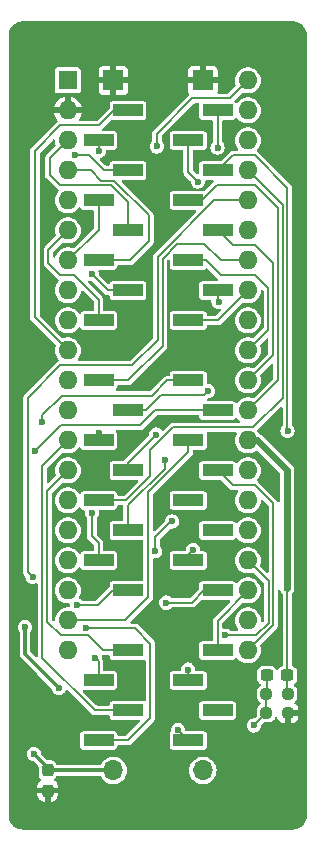
<source format=gbr>
G04 #@! TF.GenerationSoftware,KiCad,Pcbnew,8.0.4+dfsg-1*
G04 #@! TF.CreationDate,2025-03-05T20:28:27+09:00*
G04 #@! TF.ProjectId,bionic-p8080,62696f6e-6963-42d7-9038-3038302e6b69,2*
G04 #@! TF.SameCoordinates,Original*
G04 #@! TF.FileFunction,Copper,L2,Bot*
G04 #@! TF.FilePolarity,Positive*
%FSLAX46Y46*%
G04 Gerber Fmt 4.6, Leading zero omitted, Abs format (unit mm)*
G04 Created by KiCad (PCBNEW 8.0.4+dfsg-1) date 2025-03-05 20:28:27*
%MOMM*%
%LPD*%
G01*
G04 APERTURE LIST*
G04 Aperture macros list*
%AMRoundRect*
0 Rectangle with rounded corners*
0 $1 Rounding radius*
0 $2 $3 $4 $5 $6 $7 $8 $9 X,Y pos of 4 corners*
0 Add a 4 corners polygon primitive as box body*
4,1,4,$2,$3,$4,$5,$6,$7,$8,$9,$2,$3,0*
0 Add four circle primitives for the rounded corners*
1,1,$1+$1,$2,$3*
1,1,$1+$1,$4,$5*
1,1,$1+$1,$6,$7*
1,1,$1+$1,$8,$9*
0 Add four rect primitives between the rounded corners*
20,1,$1+$1,$2,$3,$4,$5,0*
20,1,$1+$1,$4,$5,$6,$7,0*
20,1,$1+$1,$6,$7,$8,$9,0*
20,1,$1+$1,$8,$9,$2,$3,0*%
G04 Aperture macros list end*
G04 #@! TA.AperFunction,ComponentPad*
%ADD10R,1.600000X1.600000*%
G04 #@! TD*
G04 #@! TA.AperFunction,ComponentPad*
%ADD11O,1.600000X1.600000*%
G04 #@! TD*
G04 #@! TA.AperFunction,SMDPad,CuDef*
%ADD12RoundRect,0.237500X-0.237500X0.300000X-0.237500X-0.300000X0.237500X-0.300000X0.237500X0.300000X0*%
G04 #@! TD*
G04 #@! TA.AperFunction,SMDPad,CuDef*
%ADD13RoundRect,0.237500X0.300000X0.237500X-0.300000X0.237500X-0.300000X-0.237500X0.300000X-0.237500X0*%
G04 #@! TD*
G04 #@! TA.AperFunction,SMDPad,CuDef*
%ADD14RoundRect,0.237500X0.250000X0.237500X-0.250000X0.237500X-0.250000X-0.237500X0.250000X-0.237500X0*%
G04 #@! TD*
G04 #@! TA.AperFunction,SMDPad,CuDef*
%ADD15RoundRect,0.237500X-0.250000X-0.237500X0.250000X-0.237500X0.250000X0.237500X-0.250000X0.237500X0*%
G04 #@! TD*
G04 #@! TA.AperFunction,ComponentPad*
%ADD16O,1.700000X1.700000*%
G04 #@! TD*
G04 #@! TA.AperFunction,SMDPad,CuDef*
%ADD17R,2.510000X1.000000*%
G04 #@! TD*
G04 #@! TA.AperFunction,ComponentPad*
%ADD18R,1.700000X1.700000*%
G04 #@! TD*
G04 #@! TA.AperFunction,ViaPad*
%ADD19C,0.600000*%
G04 #@! TD*
G04 #@! TA.AperFunction,Conductor*
%ADD20C,0.200000*%
G04 #@! TD*
G04 #@! TA.AperFunction,Conductor*
%ADD21C,0.300000*%
G04 #@! TD*
G04 #@! TA.AperFunction,Conductor*
%ADD22C,0.600000*%
G04 #@! TD*
G04 APERTURE END LIST*
D10*
X106080000Y-75080000D03*
D11*
X106080000Y-77620000D03*
X106080000Y-80160000D03*
X106080000Y-82700000D03*
X106080000Y-85240000D03*
X106080000Y-87780000D03*
X106080000Y-90320000D03*
X106080000Y-92860000D03*
X106080000Y-95400000D03*
X106080000Y-97940000D03*
X106080000Y-100480000D03*
X106080000Y-103020000D03*
X106080000Y-105560000D03*
X106080000Y-108100000D03*
X106080000Y-110640000D03*
X106080000Y-113180000D03*
X106080000Y-115720000D03*
X106080000Y-118260000D03*
X106080000Y-120800000D03*
X106080000Y-123340000D03*
X121320000Y-123340000D03*
X121320000Y-120800000D03*
X121320000Y-118260000D03*
X121320000Y-115720000D03*
X121320000Y-113180000D03*
X121320000Y-110640000D03*
X121320000Y-108100000D03*
X121320000Y-105560000D03*
X121320000Y-103020000D03*
X121320000Y-100480000D03*
X121320000Y-97940000D03*
X121320000Y-95400000D03*
X121320000Y-92860000D03*
X121320000Y-90320000D03*
X121320000Y-87780000D03*
X121320000Y-85240000D03*
X121320000Y-82700000D03*
X121320000Y-80160000D03*
X121320000Y-77620000D03*
X121320000Y-75080000D03*
D12*
X104378200Y-133475700D03*
X104378200Y-135200700D03*
D13*
X124671700Y-125448200D03*
X122946700Y-125448200D03*
D14*
X124721700Y-127023000D03*
X122896700Y-127023000D03*
D15*
X122873200Y-128623200D03*
X124698200Y-128623200D03*
D16*
X117514600Y-133500000D03*
D17*
X116270000Y-130960000D03*
X118759200Y-128420000D03*
X116270000Y-125880000D03*
X118759200Y-123340000D03*
X118759200Y-118260000D03*
X116270000Y-115720000D03*
X118759200Y-113180000D03*
X116270000Y-110640000D03*
X118759200Y-108100000D03*
X116270000Y-105560000D03*
X118759200Y-103020000D03*
X116270000Y-100480000D03*
X116270000Y-95400000D03*
X118759200Y-92860000D03*
X116270000Y-90320000D03*
X118759200Y-87780000D03*
X116270000Y-85240000D03*
X118759200Y-82700000D03*
X116270000Y-80160000D03*
X118759200Y-77620000D03*
D18*
X117514600Y-75080000D03*
X109936200Y-75080000D03*
D17*
X111180800Y-77620000D03*
X108691600Y-80160000D03*
X111180800Y-82700000D03*
X108691600Y-85240000D03*
X111180800Y-87780000D03*
X108691600Y-90320000D03*
X111180800Y-92860000D03*
X108691600Y-95400000D03*
X108691600Y-100480000D03*
X111180800Y-103020000D03*
X108691600Y-105560000D03*
X111180800Y-108100000D03*
X108691600Y-110640000D03*
X111180800Y-113180000D03*
X108691600Y-115720000D03*
X111180800Y-118260000D03*
X111180800Y-123340000D03*
X108691600Y-125880000D03*
X111180800Y-128420000D03*
X108691600Y-130960000D03*
D16*
X109936200Y-133500000D03*
D19*
X106283200Y-136090800D03*
X103200001Y-132103000D03*
X101660400Y-126388000D03*
X112049000Y-96670000D03*
X114462000Y-114069000D03*
X125384000Y-132357000D03*
X125765000Y-112697400D03*
X114716000Y-123340000D03*
X111541000Y-125880000D03*
X113700000Y-134770000D03*
X109255000Y-109370000D03*
X107858000Y-106957000D03*
X109940800Y-114424600D03*
X119846800Y-131595000D03*
X117383000Y-116990000D03*
X112303000Y-80668000D03*
X115325600Y-98041600D03*
X103260600Y-118641000D03*
X113700000Y-132560200D03*
X114081000Y-117117000D03*
X107654800Y-121460400D03*
X118843500Y-93812500D03*
X114418433Y-119290666D03*
X116694700Y-114831000D03*
X124685500Y-104734500D03*
X117094000Y-83643350D03*
X118759200Y-80760000D03*
X114280600Y-107211000D03*
X108112000Y-111681400D03*
X108096200Y-91463000D03*
X103302000Y-106490400D03*
X106715000Y-81430000D03*
X108691600Y-81049000D03*
X124647400Y-118082200D03*
X121828000Y-129690000D03*
X113561035Y-105065435D03*
X113623400Y-80668000D03*
X108696200Y-104899600D03*
X117967200Y-101394400D03*
X108366000Y-123949600D03*
X119415000Y-122070000D03*
X116270000Y-124961000D03*
X106842000Y-119530000D03*
X103097800Y-117117000D03*
X103902000Y-103985200D03*
X115404100Y-130094100D03*
X102453600Y-121386200D03*
X105318000Y-126515000D03*
X113487200Y-114950100D03*
X114893800Y-112418000D03*
D20*
X121828000Y-129690000D02*
X122873200Y-128644800D01*
X122873200Y-128644800D02*
X122873200Y-128623200D01*
D21*
X103200001Y-132103000D02*
X104597001Y-133500000D01*
X104597001Y-133500000D02*
X109915400Y-133500000D01*
X105318000Y-126515000D02*
X102453600Y-123650600D01*
X102453600Y-123650600D02*
X102453600Y-121386200D01*
D20*
X108366000Y-123949600D02*
X108691600Y-124275200D01*
X108691600Y-124275200D02*
X108691600Y-125880000D01*
X113065000Y-129055000D02*
X111160000Y-130960000D01*
X113065000Y-122755800D02*
X113065000Y-129055000D01*
X107654800Y-121460400D02*
X111769600Y-121460400D01*
X111160000Y-130960000D02*
X108691600Y-130960000D01*
X111769600Y-121460400D02*
X113065000Y-122755800D01*
D22*
X124647400Y-118082200D02*
X124647400Y-108100000D01*
X124647400Y-108100000D02*
X122107400Y-105560000D01*
X122107400Y-105560000D02*
X121320000Y-105560000D01*
D20*
X124647400Y-118082200D02*
X124671700Y-118106500D01*
X124671700Y-118106500D02*
X124671700Y-125448200D01*
X118843500Y-93812500D02*
X118759200Y-93728200D01*
X118759200Y-93728200D02*
X118759200Y-92860000D01*
X121320000Y-92860000D02*
X118780000Y-95400000D01*
X118780000Y-95400000D02*
X116270000Y-95400000D01*
X116606334Y-119290666D02*
X117637000Y-118260000D01*
X114418433Y-119290666D02*
X116606334Y-119290666D01*
X117637000Y-118260000D02*
X118759200Y-118260000D01*
X116270000Y-115255700D02*
X116270000Y-115720000D01*
X116694700Y-114831000D02*
X116270000Y-115255700D01*
X119034000Y-91590000D02*
X117764000Y-90320000D01*
X123060000Y-96200000D02*
X123060000Y-92695000D01*
X117764000Y-90320000D02*
X116270000Y-90320000D01*
X121955000Y-91590000D02*
X119034000Y-91590000D01*
X121320000Y-97940000D02*
X123060000Y-96200000D01*
X123060000Y-92695000D02*
X121955000Y-91590000D01*
X123460000Y-90555000D02*
X121955000Y-89050000D01*
X120029200Y-89050000D02*
X118759200Y-87780000D01*
X121955000Y-89050000D02*
X120029200Y-89050000D01*
X123460000Y-98340000D02*
X123460000Y-90555000D01*
X121320000Y-100480000D02*
X123460000Y-98340000D01*
X123860000Y-85875000D02*
X123860000Y-100480000D01*
X116270000Y-85240000D02*
X117408400Y-85240000D01*
X117408400Y-85240000D02*
X118678400Y-83970000D01*
X121955000Y-83970000D02*
X123860000Y-85875000D01*
X123860000Y-100480000D02*
X121320000Y-103020000D01*
X118678400Y-83970000D02*
X121955000Y-83970000D01*
X120024600Y-81430000D02*
X118759200Y-82695400D01*
X118759200Y-82695400D02*
X118759200Y-82700000D01*
X121904200Y-81430000D02*
X120024600Y-81430000D01*
X124660000Y-104709000D02*
X124660000Y-84185800D01*
X124660000Y-84185800D02*
X121904200Y-81430000D01*
X124685500Y-104734500D02*
X124660000Y-104709000D01*
X117094000Y-83643350D02*
X116265400Y-82814750D01*
X116265400Y-80164600D02*
X116270000Y-80160000D01*
X116265400Y-82814750D02*
X116265400Y-80164600D01*
X118759200Y-80760000D02*
X118759200Y-77620000D01*
X108691600Y-110640000D02*
X111033000Y-110640000D01*
X113065000Y-108608000D02*
X113065000Y-106410000D01*
X121785000Y-104460000D02*
X124260000Y-101985000D01*
X111033000Y-110640000D02*
X113065000Y-108608000D01*
X113065000Y-106410000D02*
X115015000Y-104460000D01*
X124260000Y-85640000D02*
X121320000Y-82700000D01*
X124260000Y-101985000D02*
X124260000Y-85640000D01*
X115015000Y-104460000D02*
X121785000Y-104460000D01*
X111180800Y-111057886D02*
X111180800Y-113180000D01*
X114280600Y-107958086D02*
X111180800Y-111057886D01*
X114280600Y-107211000D02*
X114280600Y-107958086D01*
X106638800Y-91590000D02*
X108691600Y-93642800D01*
X108691600Y-93642800D02*
X108691600Y-95400000D01*
X104429000Y-90564635D02*
X105454365Y-91590000D01*
X104429000Y-89431000D02*
X104429000Y-90564635D01*
X105454365Y-91590000D02*
X106638800Y-91590000D01*
X106080000Y-87780000D02*
X104429000Y-89431000D01*
X108691600Y-114267600D02*
X108691600Y-115720000D01*
X108112000Y-113688000D02*
X108691600Y-114267600D01*
X108112000Y-111681400D02*
X108112000Y-113688000D01*
X109493200Y-92860000D02*
X111180800Y-92860000D01*
X108096200Y-91463000D02*
X109493200Y-92860000D01*
X111331900Y-90320000D02*
X108691600Y-90320000D01*
X106080000Y-82700000D02*
X108048500Y-82700000D01*
X112938000Y-86510000D02*
X112938000Y-88713900D01*
X108048500Y-82700000D02*
X108912100Y-83563600D01*
X112938000Y-88713900D02*
X111331900Y-90320000D01*
X109991600Y-83563600D02*
X112938000Y-86510000D01*
X108912100Y-83563600D02*
X109991600Y-83563600D01*
X105454365Y-83970000D02*
X109776600Y-83970000D01*
X104556000Y-83071635D02*
X105454365Y-83970000D01*
X104556000Y-81684000D02*
X104556000Y-83071635D01*
X111180800Y-85374200D02*
X111180800Y-87780000D01*
X109776600Y-83970000D02*
X111180800Y-85374200D01*
X106080000Y-80160000D02*
X104556000Y-81684000D01*
X112201400Y-104264600D02*
X113446000Y-103020000D01*
X105511800Y-104264600D02*
X112201400Y-104264600D01*
X103302000Y-106474400D02*
X105511800Y-104264600D01*
X113446000Y-103020000D02*
X118759200Y-103020000D01*
X103302000Y-106490400D02*
X103302000Y-106474400D01*
X108691600Y-87708400D02*
X108691600Y-85240000D01*
X106080000Y-90320000D02*
X108691600Y-87708400D01*
X116270000Y-106534372D02*
X116270000Y-105560000D01*
X110906000Y-120800000D02*
X112887200Y-118818800D01*
X112887200Y-109917172D02*
X116270000Y-106534372D01*
X115080600Y-105640972D02*
X115080600Y-105634086D01*
X106080000Y-120800000D02*
X110906000Y-120800000D01*
X112887200Y-118818800D02*
X112887200Y-109917172D01*
X115080600Y-105634086D02*
X115154686Y-105560000D01*
X107858000Y-81430000D02*
X109128000Y-82700000D01*
X109128000Y-82700000D02*
X111180800Y-82700000D01*
X106715000Y-81430000D02*
X107858000Y-81430000D01*
X108691600Y-81049000D02*
X108691600Y-80160000D01*
X124721700Y-127023000D02*
X124671700Y-126973000D01*
X124671700Y-126973000D02*
X124671700Y-125448200D01*
X106080000Y-97940000D02*
X103286000Y-95146000D01*
X108747000Y-78890000D02*
X110017000Y-77620000D01*
X110017000Y-77620000D02*
X111180800Y-77620000D01*
X105445000Y-78890000D02*
X108747000Y-78890000D01*
X103286000Y-95146000D02*
X103286000Y-81049000D01*
X103286000Y-81049000D02*
X105445000Y-78890000D01*
X122873200Y-128623200D02*
X122896700Y-128599700D01*
X122896700Y-128599700D02*
X122896700Y-127023000D01*
X122896700Y-127023000D02*
X122946700Y-126973000D01*
X122946700Y-126973000D02*
X122946700Y-125448200D01*
X119796000Y-76604000D02*
X121320000Y-75080000D01*
X113623400Y-80668000D02*
X113623400Y-79601600D01*
X113561035Y-105089365D02*
X111180800Y-107469600D01*
X113623400Y-79601600D02*
X116621000Y-76604000D01*
X113561035Y-105065435D02*
X113561035Y-105089365D01*
X116621000Y-76604000D02*
X119796000Y-76604000D01*
X111180800Y-107469600D02*
X111180800Y-108100000D01*
X108696200Y-104899600D02*
X108691600Y-104904200D01*
X108691600Y-104904200D02*
X108691600Y-105560000D01*
X117967200Y-101394400D02*
X117610000Y-101751600D01*
X117610000Y-101751600D02*
X113977800Y-101751600D01*
X113977800Y-101751600D02*
X112709400Y-103020000D01*
X112709400Y-103020000D02*
X111180800Y-103020000D01*
X119034000Y-90320000D02*
X117637000Y-88923000D01*
X117637000Y-88923000D02*
X115351000Y-88923000D01*
X121320000Y-90320000D02*
X119034000Y-90320000D01*
X114100000Y-90174000D02*
X114100000Y-97540000D01*
X115351000Y-88923000D02*
X114100000Y-90174000D01*
X114100000Y-97540000D02*
X111160000Y-100480000D01*
X111160000Y-100480000D02*
X108691600Y-100480000D01*
X116270000Y-124961000D02*
X116270000Y-125880000D01*
X123079000Y-121015314D02*
X123079000Y-117479000D01*
X119415000Y-122070000D02*
X122024314Y-122070000D01*
X122024314Y-122070000D02*
X123079000Y-121015314D01*
X123079000Y-117479000D02*
X121320000Y-115720000D01*
X123479000Y-121181000D02*
X121320000Y-123340000D01*
X123479000Y-110894000D02*
X123479000Y-121181000D01*
X121955000Y-109370000D02*
X123479000Y-110894000D01*
X120029200Y-109370000D02*
X121955000Y-109370000D01*
X118759200Y-108100000D02*
X120029200Y-109370000D01*
X103921000Y-107719000D02*
X106080000Y-105560000D01*
X111180800Y-128420000D02*
X108366000Y-128420000D01*
X103921000Y-123975000D02*
X103921000Y-107719000D01*
X108366000Y-128420000D02*
X103921000Y-123975000D01*
X121320000Y-118260000D02*
X118759200Y-120820800D01*
X118759200Y-120820800D02*
X118759200Y-123340000D01*
X109026400Y-123340000D02*
X107756400Y-122070000D01*
X105495800Y-122070000D02*
X104321000Y-120895200D01*
X107756400Y-122070000D02*
X105495800Y-122070000D01*
X111180800Y-123340000D02*
X109026400Y-123340000D01*
X104321000Y-109859000D02*
X106080000Y-108100000D01*
X104321000Y-120895200D02*
X104321000Y-109859000D01*
X108645400Y-119530000D02*
X109915400Y-118260000D01*
X113700000Y-97051000D02*
X111541000Y-99210000D01*
X109915400Y-118260000D02*
X111180800Y-118260000D01*
X102702000Y-116721200D02*
X103097800Y-117117000D01*
X121320000Y-85240000D02*
X118468315Y-85240000D01*
X113700000Y-90008315D02*
X113700000Y-97051000D01*
X102702000Y-101953000D02*
X102702000Y-116721200D01*
X111541000Y-99210000D02*
X105445000Y-99210000D01*
X118468315Y-85240000D02*
X113700000Y-90008315D01*
X106842000Y-119530000D02*
X108645400Y-119530000D01*
X105445000Y-99210000D02*
X102702000Y-101953000D01*
X103902000Y-103420000D02*
X105546600Y-101775400D01*
X105546600Y-101775400D02*
X113217400Y-101775400D01*
X114512800Y-100480000D02*
X116270000Y-100480000D01*
X113217400Y-101775400D02*
X114512800Y-100480000D01*
X103902000Y-103985200D02*
X103902000Y-103420000D01*
X115404100Y-130094100D02*
X116270000Y-130960000D01*
X113487200Y-114950100D02*
X113487200Y-113773800D01*
X114843000Y-112418000D02*
X114893800Y-112418000D01*
X113487200Y-113773800D02*
X114843000Y-112418000D01*
G04 #@! TA.AperFunction,Conductor*
G36*
X109584492Y-123759407D02*
G01*
X109620456Y-123808907D01*
X109625301Y-123839500D01*
X109625301Y-123884863D01*
X109628214Y-123909990D01*
X109645704Y-123949600D01*
X109673594Y-124012765D01*
X109753035Y-124092206D01*
X109855809Y-124137585D01*
X109880935Y-124140500D01*
X112480664Y-124140499D01*
X112505791Y-124137585D01*
X112511055Y-124135260D01*
X112525512Y-124128878D01*
X112586381Y-124122669D01*
X112639275Y-124153425D01*
X112663989Y-124209397D01*
X112664500Y-124219442D01*
X112664500Y-127540558D01*
X112645593Y-127598749D01*
X112596093Y-127634713D01*
X112534907Y-127634713D01*
X112525513Y-127631123D01*
X112505791Y-127622415D01*
X112505788Y-127622414D01*
X112480668Y-127619500D01*
X109880939Y-127619500D01*
X109880936Y-127619501D01*
X109855809Y-127622414D01*
X109753035Y-127667794D01*
X109673594Y-127747235D01*
X109628214Y-127850011D01*
X109625300Y-127875130D01*
X109625300Y-127920500D01*
X109606393Y-127978691D01*
X109556893Y-128014655D01*
X109526300Y-128019500D01*
X108572901Y-128019500D01*
X108514710Y-128000593D01*
X108502897Y-127990504D01*
X107361896Y-126849503D01*
X107334119Y-126794986D01*
X107343690Y-126734554D01*
X107386955Y-126691289D01*
X107431895Y-126680499D01*
X109991464Y-126680499D01*
X110016591Y-126677585D01*
X110119365Y-126632206D01*
X110198806Y-126552765D01*
X110244185Y-126449991D01*
X110247100Y-126424865D01*
X110247099Y-125335136D01*
X110244185Y-125310009D01*
X110198806Y-125207235D01*
X110119365Y-125127794D01*
X110016591Y-125082415D01*
X110016590Y-125082414D01*
X110016588Y-125082414D01*
X109991469Y-125079500D01*
X109991465Y-125079500D01*
X109191100Y-125079500D01*
X109132909Y-125060593D01*
X109096945Y-125011093D01*
X109092100Y-124980500D01*
X109092100Y-124222474D01*
X109092100Y-124222473D01*
X109070136Y-124140500D01*
X109070136Y-124140499D01*
X109070136Y-124140498D01*
X109064806Y-124120610D01*
X109064805Y-124120608D01*
X109012083Y-124029291D01*
X109012078Y-124029285D01*
X109000676Y-124017882D01*
X108972900Y-123963365D01*
X108972017Y-123952150D01*
X108971681Y-123949602D01*
X108971682Y-123949600D01*
X108958888Y-123852420D01*
X108970038Y-123792262D01*
X109014420Y-123750144D01*
X109057041Y-123740500D01*
X109526301Y-123740500D01*
X109584492Y-123759407D01*
G37*
G04 #@! TD.AperFunction*
G04 #@! TA.AperFunction,Conductor*
G36*
X117162892Y-103439407D02*
G01*
X117198856Y-103488907D01*
X117203701Y-103519500D01*
X117203701Y-103564863D01*
X117206614Y-103589990D01*
X117211842Y-103601829D01*
X117251994Y-103692765D01*
X117331435Y-103772206D01*
X117434209Y-103817585D01*
X117459335Y-103820500D01*
X120059064Y-103820499D01*
X120084191Y-103817585D01*
X120186965Y-103772206D01*
X120266406Y-103692765D01*
X120266407Y-103692760D01*
X120271590Y-103685197D01*
X120273004Y-103686165D01*
X120306521Y-103648701D01*
X120366328Y-103635788D01*
X120422303Y-103660494D01*
X120435299Y-103674617D01*
X120480527Y-103734507D01*
X120503236Y-103764579D01*
X120637897Y-103887339D01*
X120668163Y-103940514D01*
X120661392Y-104001323D01*
X120620172Y-104046540D01*
X120571201Y-104059500D01*
X114962273Y-104059500D01*
X114860413Y-104086793D01*
X114860412Y-104086793D01*
X114860410Y-104086794D01*
X114860409Y-104086794D01*
X114769087Y-104139519D01*
X114191635Y-104716969D01*
X114137119Y-104744746D01*
X114076687Y-104735175D01*
X114043090Y-104707232D01*
X114040691Y-104704106D01*
X113989317Y-104637153D01*
X113989312Y-104637149D01*
X113989311Y-104637148D01*
X113863873Y-104540897D01*
X113717801Y-104480392D01*
X113717793Y-104480390D01*
X113561036Y-104459753D01*
X113561034Y-104459753D01*
X113404276Y-104480390D01*
X113404268Y-104480392D01*
X113258196Y-104540897D01*
X113258195Y-104540897D01*
X113132758Y-104637148D01*
X113132748Y-104637158D01*
X113036497Y-104762595D01*
X113036497Y-104762596D01*
X112975992Y-104908668D01*
X112975990Y-104908676D01*
X112955353Y-105065434D01*
X112956335Y-105072894D01*
X112945185Y-105133055D01*
X112928186Y-105155820D01*
X110860319Y-107223687D01*
X110845125Y-107250003D01*
X110799654Y-107290942D01*
X110759390Y-107299500D01*
X109880939Y-107299500D01*
X109880936Y-107299501D01*
X109855809Y-107302414D01*
X109753035Y-107347794D01*
X109673594Y-107427235D01*
X109628214Y-107530011D01*
X109625300Y-107555130D01*
X109625300Y-108644860D01*
X109625301Y-108644863D01*
X109628214Y-108669990D01*
X109653556Y-108727385D01*
X109673594Y-108772765D01*
X109753035Y-108852206D01*
X109855809Y-108897585D01*
X109880935Y-108900500D01*
X111967099Y-108900499D01*
X112025290Y-108919406D01*
X112061254Y-108968906D01*
X112061254Y-109030092D01*
X112037103Y-109069503D01*
X110896103Y-110210504D01*
X110841586Y-110238281D01*
X110826099Y-110239500D01*
X110346099Y-110239500D01*
X110287908Y-110220593D01*
X110251944Y-110171093D01*
X110247099Y-110140500D01*
X110247099Y-110095139D01*
X110247099Y-110095136D01*
X110244185Y-110070009D01*
X110198806Y-109967235D01*
X110119365Y-109887794D01*
X110016591Y-109842415D01*
X110016590Y-109842414D01*
X110016588Y-109842414D01*
X109991468Y-109839500D01*
X107391739Y-109839500D01*
X107391736Y-109839501D01*
X107366609Y-109842414D01*
X107263835Y-109887794D01*
X107184392Y-109967237D01*
X107166323Y-110008160D01*
X107125522Y-110053755D01*
X107065713Y-110066660D01*
X107009741Y-110041945D01*
X106996760Y-110027838D01*
X106896764Y-109895421D01*
X106746041Y-109758019D01*
X106572637Y-109650652D01*
X106382456Y-109576976D01*
X106382455Y-109576975D01*
X106382453Y-109576975D01*
X106181976Y-109539500D01*
X105978024Y-109539500D01*
X105777546Y-109576975D01*
X105707632Y-109604059D01*
X105587363Y-109650652D01*
X105437881Y-109743207D01*
X105413959Y-109758019D01*
X105263237Y-109895420D01*
X105140328Y-110058177D01*
X105140323Y-110058186D01*
X105050647Y-110238281D01*
X105049418Y-110240750D01*
X104993603Y-110436917D01*
X104974785Y-110640000D01*
X104993603Y-110843083D01*
X105049418Y-111039250D01*
X105140327Y-111221821D01*
X105263236Y-111384579D01*
X105413959Y-111521981D01*
X105587363Y-111629348D01*
X105777544Y-111703024D01*
X105978024Y-111740500D01*
X106181976Y-111740500D01*
X106382456Y-111703024D01*
X106572637Y-111629348D01*
X106746041Y-111521981D01*
X106896764Y-111384579D01*
X106996758Y-111252164D01*
X107046911Y-111217124D01*
X107108086Y-111218255D01*
X107156913Y-111255127D01*
X107166323Y-111271839D01*
X107184394Y-111312765D01*
X107263835Y-111392206D01*
X107366609Y-111437585D01*
X107391735Y-111440500D01*
X107425144Y-111440499D01*
X107483334Y-111459405D01*
X107519299Y-111508904D01*
X107523298Y-111552421D01*
X107506318Y-111681399D01*
X107506318Y-111681400D01*
X107526955Y-111838158D01*
X107526957Y-111838166D01*
X107587462Y-111984238D01*
X107587462Y-111984239D01*
X107687668Y-112114831D01*
X107686283Y-112115893D01*
X107710279Y-112162969D01*
X107711500Y-112178471D01*
X107711500Y-113635273D01*
X107711500Y-113740727D01*
X107726253Y-113795788D01*
X107738794Y-113842592D01*
X107791516Y-113933908D01*
X107791518Y-113933910D01*
X107791520Y-113933913D01*
X108262105Y-114404498D01*
X108289881Y-114459013D01*
X108291100Y-114474500D01*
X108291100Y-114820500D01*
X108272193Y-114878691D01*
X108222693Y-114914655D01*
X108192100Y-114919500D01*
X107391739Y-114919500D01*
X107391736Y-114919501D01*
X107366609Y-114922414D01*
X107263835Y-114967794D01*
X107184392Y-115047237D01*
X107166323Y-115088160D01*
X107125522Y-115133755D01*
X107065713Y-115146660D01*
X107009741Y-115121945D01*
X106996760Y-115107838D01*
X106896764Y-114975421D01*
X106746041Y-114838019D01*
X106572637Y-114730652D01*
X106382456Y-114656976D01*
X106382455Y-114656975D01*
X106382453Y-114656975D01*
X106181976Y-114619500D01*
X105978024Y-114619500D01*
X105777546Y-114656975D01*
X105707632Y-114684059D01*
X105587363Y-114730652D01*
X105486117Y-114793341D01*
X105413959Y-114838019D01*
X105263237Y-114975420D01*
X105140328Y-115138177D01*
X105140323Y-115138186D01*
X105049419Y-115320747D01*
X105049418Y-115320750D01*
X104993603Y-115516917D01*
X104974785Y-115720000D01*
X104993603Y-115923083D01*
X105049418Y-116119250D01*
X105140327Y-116301821D01*
X105263236Y-116464579D01*
X105413959Y-116601981D01*
X105587363Y-116709348D01*
X105777544Y-116783024D01*
X105978024Y-116820500D01*
X106181976Y-116820500D01*
X106382456Y-116783024D01*
X106572637Y-116709348D01*
X106746041Y-116601981D01*
X106896764Y-116464579D01*
X106996758Y-116332164D01*
X107046911Y-116297124D01*
X107108086Y-116298255D01*
X107156913Y-116335127D01*
X107166323Y-116351839D01*
X107184394Y-116392765D01*
X107263835Y-116472206D01*
X107366609Y-116517585D01*
X107391735Y-116520500D01*
X109991464Y-116520499D01*
X110016591Y-116517585D01*
X110119365Y-116472206D01*
X110198806Y-116392765D01*
X110244185Y-116289991D01*
X110247100Y-116264865D01*
X110247099Y-115175136D01*
X110244185Y-115150009D01*
X110198806Y-115047235D01*
X110119365Y-114967794D01*
X110016591Y-114922415D01*
X110016590Y-114922414D01*
X110016588Y-114922414D01*
X109991469Y-114919500D01*
X109991465Y-114919500D01*
X109191100Y-114919500D01*
X109132909Y-114900593D01*
X109096945Y-114851093D01*
X109092100Y-114820500D01*
X109092100Y-114214874D01*
X109092100Y-114214873D01*
X109064807Y-114113013D01*
X109064807Y-114113012D01*
X109064807Y-114113011D01*
X109012083Y-114021691D01*
X109012079Y-114021686D01*
X108541496Y-113551102D01*
X108513719Y-113496586D01*
X108512500Y-113481099D01*
X108512500Y-112178471D01*
X108531407Y-112120280D01*
X108538715Y-112111724D01*
X108563441Y-112079500D01*
X108636536Y-111984241D01*
X108697044Y-111838162D01*
X108717682Y-111681400D01*
X108700702Y-111552421D01*
X108711852Y-111492260D01*
X108756235Y-111450143D01*
X108798855Y-111440499D01*
X109991461Y-111440499D01*
X109991464Y-111440499D01*
X110016591Y-111437585D01*
X110119365Y-111392206D01*
X110198806Y-111312765D01*
X110244185Y-111209991D01*
X110247100Y-111184865D01*
X110247100Y-111139500D01*
X110266007Y-111081309D01*
X110315507Y-111045345D01*
X110346100Y-111040500D01*
X110681300Y-111040500D01*
X110739491Y-111059407D01*
X110775455Y-111108907D01*
X110780300Y-111139500D01*
X110780300Y-112280500D01*
X110761393Y-112338691D01*
X110711893Y-112374655D01*
X110681300Y-112379500D01*
X109880939Y-112379500D01*
X109880936Y-112379501D01*
X109855809Y-112382414D01*
X109753035Y-112427794D01*
X109673594Y-112507235D01*
X109628214Y-112610011D01*
X109625300Y-112635130D01*
X109625300Y-113724860D01*
X109625301Y-113724863D01*
X109628214Y-113749990D01*
X109648436Y-113795788D01*
X109673594Y-113852765D01*
X109753035Y-113932206D01*
X109855809Y-113977585D01*
X109880935Y-113980500D01*
X112387700Y-113980499D01*
X112445891Y-113999406D01*
X112481855Y-114048906D01*
X112486700Y-114079499D01*
X112486700Y-117360500D01*
X112467793Y-117418691D01*
X112418293Y-117454655D01*
X112387700Y-117459500D01*
X109880939Y-117459500D01*
X109880936Y-117459501D01*
X109855809Y-117462414D01*
X109753035Y-117507794D01*
X109673594Y-117587235D01*
X109628214Y-117690011D01*
X109625300Y-117715130D01*
X109625300Y-117942698D01*
X109606393Y-118000889D01*
X109596304Y-118012702D01*
X108508503Y-119100504D01*
X108453986Y-119128281D01*
X108438499Y-119129500D01*
X107339071Y-119129500D01*
X107280880Y-119110593D01*
X107272312Y-119103276D01*
X107268699Y-119100504D01*
X107144841Y-119005464D01*
X107144840Y-119005463D01*
X107144838Y-119005462D01*
X107071556Y-118975108D01*
X107025030Y-118935372D01*
X107010746Y-118875877D01*
X107020819Y-118839519D01*
X107110582Y-118659250D01*
X107166397Y-118463083D01*
X107185215Y-118260000D01*
X107166397Y-118056917D01*
X107110582Y-117860750D01*
X107019673Y-117678179D01*
X106896764Y-117515421D01*
X106746041Y-117378019D01*
X106572637Y-117270652D01*
X106382456Y-117196976D01*
X106382455Y-117196975D01*
X106382453Y-117196975D01*
X106181976Y-117159500D01*
X105978024Y-117159500D01*
X105777546Y-117196975D01*
X105707632Y-117224059D01*
X105587363Y-117270652D01*
X105442253Y-117360500D01*
X105413959Y-117378019D01*
X105263237Y-117515420D01*
X105140328Y-117678177D01*
X105140323Y-117678186D01*
X105118167Y-117722682D01*
X105049418Y-117860750D01*
X104993603Y-118056917D01*
X104974785Y-118260000D01*
X104993603Y-118463083D01*
X105049418Y-118659250D01*
X105140327Y-118841821D01*
X105263236Y-119004579D01*
X105413959Y-119141981D01*
X105587363Y-119249348D01*
X105777544Y-119323024D01*
X105978024Y-119360500D01*
X106145745Y-119360500D01*
X106203936Y-119379407D01*
X106239900Y-119428907D01*
X106243898Y-119472422D01*
X106236318Y-119529999D01*
X106236318Y-119530000D01*
X106243898Y-119587578D01*
X106232748Y-119647739D01*
X106188365Y-119689856D01*
X106145745Y-119699500D01*
X105978024Y-119699500D01*
X105777546Y-119736975D01*
X105707632Y-119764059D01*
X105587363Y-119810652D01*
X105437881Y-119903207D01*
X105413959Y-119918019D01*
X105263237Y-120055420D01*
X105140328Y-120218177D01*
X105140323Y-120218186D01*
X105050647Y-120398281D01*
X105049418Y-120400750D01*
X104993603Y-120596917D01*
X104985136Y-120688299D01*
X104978759Y-120757115D01*
X104954563Y-120813313D01*
X104901956Y-120844556D01*
X104841031Y-120838910D01*
X104810177Y-120817984D01*
X104750496Y-120758303D01*
X104722719Y-120703786D01*
X104721500Y-120688299D01*
X104721500Y-113180000D01*
X104974785Y-113180000D01*
X104993603Y-113383083D01*
X105041409Y-113551102D01*
X105049419Y-113579252D01*
X105129823Y-113740727D01*
X105140327Y-113761821D01*
X105263236Y-113924579D01*
X105413959Y-114061981D01*
X105587363Y-114169348D01*
X105777544Y-114243024D01*
X105978024Y-114280500D01*
X106181976Y-114280500D01*
X106382456Y-114243024D01*
X106572637Y-114169348D01*
X106746041Y-114061981D01*
X106896764Y-113924579D01*
X107019673Y-113761821D01*
X107110582Y-113579250D01*
X107166397Y-113383083D01*
X107185215Y-113180000D01*
X107166397Y-112976917D01*
X107110582Y-112780750D01*
X107019673Y-112598179D01*
X106896764Y-112435421D01*
X106746041Y-112298019D01*
X106572637Y-112190652D01*
X106382456Y-112116976D01*
X106382455Y-112116975D01*
X106382453Y-112116975D01*
X106181976Y-112079500D01*
X105978024Y-112079500D01*
X105777546Y-112116975D01*
X105769015Y-112120280D01*
X105587363Y-112190652D01*
X105473358Y-112261241D01*
X105413959Y-112298019D01*
X105263237Y-112435420D01*
X105140328Y-112598177D01*
X105140323Y-112598186D01*
X105074699Y-112729978D01*
X105049418Y-112780750D01*
X104993603Y-112976917D01*
X104974785Y-113180000D01*
X104721500Y-113180000D01*
X104721500Y-110065899D01*
X104740407Y-110007708D01*
X104750490Y-109995901D01*
X105591974Y-109154416D01*
X105646489Y-109126641D01*
X105697738Y-109132106D01*
X105777544Y-109163024D01*
X105978024Y-109200500D01*
X106181976Y-109200500D01*
X106382456Y-109163024D01*
X106572637Y-109089348D01*
X106746041Y-108981981D01*
X106896764Y-108844579D01*
X107019673Y-108681821D01*
X107110582Y-108499250D01*
X107166397Y-108303083D01*
X107185215Y-108100000D01*
X107166397Y-107896917D01*
X107110582Y-107700750D01*
X107019673Y-107518179D01*
X106896764Y-107355421D01*
X106746041Y-107218019D01*
X106572637Y-107110652D01*
X106382456Y-107036976D01*
X106382455Y-107036975D01*
X106382453Y-107036975D01*
X106181976Y-106999500D01*
X105978024Y-106999500D01*
X105777546Y-107036975D01*
X105723943Y-107057741D01*
X105587363Y-107110652D01*
X105453762Y-107193374D01*
X105413959Y-107218019D01*
X105345319Y-107280593D01*
X105263236Y-107355421D01*
X105248021Y-107375569D01*
X105140328Y-107518177D01*
X105140323Y-107518186D01*
X105049419Y-107700747D01*
X105049418Y-107700750D01*
X105001769Y-107868216D01*
X104993603Y-107896917D01*
X104974785Y-108100000D01*
X104993603Y-108303082D01*
X105047880Y-108493845D01*
X105045619Y-108554989D01*
X105022663Y-108590942D01*
X104490504Y-109123102D01*
X104435987Y-109150879D01*
X104375555Y-109141308D01*
X104332290Y-109098043D01*
X104321500Y-109053098D01*
X104321500Y-107925900D01*
X104340407Y-107867709D01*
X104350490Y-107855902D01*
X105591975Y-106614416D01*
X105646490Y-106586641D01*
X105697735Y-106592106D01*
X105777544Y-106623024D01*
X105978024Y-106660500D01*
X106181976Y-106660500D01*
X106382456Y-106623024D01*
X106572637Y-106549348D01*
X106746041Y-106441981D01*
X106896764Y-106304579D01*
X106996758Y-106172164D01*
X107046911Y-106137124D01*
X107108086Y-106138255D01*
X107156913Y-106175127D01*
X107166323Y-106191839D01*
X107184394Y-106232765D01*
X107263835Y-106312206D01*
X107366609Y-106357585D01*
X107391735Y-106360500D01*
X109991464Y-106360499D01*
X110016591Y-106357585D01*
X110119365Y-106312206D01*
X110198806Y-106232765D01*
X110244185Y-106129991D01*
X110247100Y-106104865D01*
X110247099Y-105015136D01*
X110245392Y-105000421D01*
X110244185Y-104990009D01*
X110239439Y-104979261D01*
X110198806Y-104887235D01*
X110145672Y-104834101D01*
X110117897Y-104779587D01*
X110127468Y-104719155D01*
X110170733Y-104675890D01*
X110215678Y-104665100D01*
X112254125Y-104665100D01*
X112254127Y-104665100D01*
X112355988Y-104637807D01*
X112355990Y-104637805D01*
X112355992Y-104637805D01*
X112447308Y-104585083D01*
X112447308Y-104585082D01*
X112447313Y-104585080D01*
X113582897Y-103449496D01*
X113637414Y-103421719D01*
X113652901Y-103420500D01*
X117104701Y-103420500D01*
X117162892Y-103439407D01*
G37*
G04 #@! TD.AperFunction*
G04 #@! TA.AperFunction,Conductor*
G36*
X114660445Y-90276689D02*
G01*
X114703710Y-90319954D01*
X114714500Y-90364899D01*
X114714500Y-90864860D01*
X114714501Y-90864863D01*
X114717414Y-90889990D01*
X114734257Y-90928135D01*
X114762794Y-90992765D01*
X114842235Y-91072206D01*
X114945009Y-91117585D01*
X114970135Y-91120500D01*
X117569864Y-91120499D01*
X117594991Y-91117585D01*
X117697765Y-91072206D01*
X117753786Y-91016184D01*
X117808300Y-90988408D01*
X117868732Y-90997979D01*
X117893792Y-91016185D01*
X118768105Y-91890498D01*
X118795881Y-91945013D01*
X118786310Y-92005445D01*
X118743045Y-92048710D01*
X118698100Y-92059500D01*
X117459339Y-92059500D01*
X117459336Y-92059501D01*
X117434209Y-92062414D01*
X117331435Y-92107794D01*
X117251994Y-92187235D01*
X117206614Y-92290011D01*
X117203700Y-92315130D01*
X117203700Y-93404860D01*
X117203701Y-93404863D01*
X117206614Y-93429990D01*
X117223632Y-93468531D01*
X117251994Y-93532765D01*
X117331435Y-93612206D01*
X117434209Y-93657585D01*
X117459335Y-93660500D01*
X118144941Y-93660499D01*
X118203132Y-93679406D01*
X118239096Y-93728906D01*
X118243094Y-93772420D01*
X118237818Y-93812497D01*
X118237818Y-93812500D01*
X118258455Y-93969258D01*
X118258457Y-93969266D01*
X118318962Y-94115338D01*
X118318962Y-94115339D01*
X118318964Y-94115341D01*
X118415218Y-94240782D01*
X118540659Y-94337036D01*
X118686738Y-94397544D01*
X118786304Y-94410652D01*
X118843499Y-94418182D01*
X118843500Y-94418182D01*
X118959630Y-94402893D01*
X119019791Y-94414043D01*
X119061908Y-94458425D01*
X119069894Y-94519087D01*
X119042556Y-94571049D01*
X118643103Y-94970503D01*
X118588586Y-94998281D01*
X118573099Y-94999500D01*
X117924499Y-94999500D01*
X117866308Y-94980593D01*
X117830344Y-94931093D01*
X117825499Y-94900500D01*
X117825499Y-94855139D01*
X117825499Y-94855136D01*
X117822585Y-94830009D01*
X117777206Y-94727235D01*
X117697765Y-94647794D01*
X117594991Y-94602415D01*
X117594990Y-94602414D01*
X117594988Y-94602414D01*
X117569868Y-94599500D01*
X114970139Y-94599500D01*
X114970136Y-94599501D01*
X114945009Y-94602414D01*
X114842235Y-94647794D01*
X114762794Y-94727235D01*
X114717414Y-94830011D01*
X114714500Y-94855130D01*
X114714500Y-95944860D01*
X114714501Y-95944863D01*
X114717414Y-95969990D01*
X114727618Y-95993099D01*
X114762794Y-96072765D01*
X114842235Y-96152206D01*
X114945009Y-96197585D01*
X114970135Y-96200500D01*
X117569864Y-96200499D01*
X117594991Y-96197585D01*
X117697765Y-96152206D01*
X117777206Y-96072765D01*
X117822585Y-95969991D01*
X117825500Y-95944865D01*
X117825500Y-95899500D01*
X117844407Y-95841309D01*
X117893907Y-95805345D01*
X117924500Y-95800500D01*
X118832725Y-95800500D01*
X118832727Y-95800500D01*
X118934588Y-95773207D01*
X118934590Y-95773205D01*
X118934592Y-95773205D01*
X119025908Y-95720483D01*
X119025908Y-95720482D01*
X119025913Y-95720480D01*
X119346393Y-95400000D01*
X120214785Y-95400000D01*
X120233603Y-95603083D01*
X120289418Y-95799250D01*
X120380327Y-95981821D01*
X120503236Y-96144579D01*
X120653959Y-96281981D01*
X120827363Y-96389348D01*
X121017544Y-96463024D01*
X121218024Y-96500500D01*
X121421976Y-96500500D01*
X121622456Y-96463024D01*
X121812637Y-96389348D01*
X121986041Y-96281981D01*
X122136764Y-96144579D01*
X122259673Y-95981821D01*
X122350582Y-95799250D01*
X122406397Y-95603083D01*
X122425215Y-95400000D01*
X122406397Y-95196917D01*
X122350582Y-95000750D01*
X122259673Y-94818179D01*
X122136764Y-94655421D01*
X121986041Y-94518019D01*
X121812637Y-94410652D01*
X121622456Y-94336976D01*
X121622455Y-94336975D01*
X121622453Y-94336975D01*
X121421976Y-94299500D01*
X121218024Y-94299500D01*
X121017546Y-94336975D01*
X120947632Y-94364059D01*
X120827363Y-94410652D01*
X120750207Y-94458425D01*
X120653959Y-94518019D01*
X120503237Y-94655420D01*
X120380328Y-94818177D01*
X120380323Y-94818186D01*
X120290647Y-94998281D01*
X120289418Y-95000750D01*
X120233603Y-95196917D01*
X120214785Y-95400000D01*
X119346393Y-95400000D01*
X120831975Y-93914416D01*
X120886490Y-93886641D01*
X120937735Y-93892106D01*
X121017544Y-93923024D01*
X121218024Y-93960500D01*
X121421976Y-93960500D01*
X121622456Y-93923024D01*
X121812637Y-93849348D01*
X121986041Y-93741981D01*
X122136764Y-93604579D01*
X122259673Y-93441821D01*
X122350582Y-93259250D01*
X122406397Y-93063083D01*
X122425215Y-92860000D01*
X122425214Y-92859993D01*
X122425548Y-92856393D01*
X122449744Y-92800195D01*
X122502351Y-92768951D01*
X122563275Y-92774597D01*
X122594130Y-92795523D01*
X122630504Y-92831897D01*
X122658281Y-92886414D01*
X122659500Y-92901901D01*
X122659500Y-95993099D01*
X122640593Y-96051290D01*
X122630504Y-96063103D01*
X121808026Y-96885580D01*
X121753509Y-96913357D01*
X121702260Y-96907891D01*
X121622456Y-96876976D01*
X121421976Y-96839500D01*
X121218024Y-96839500D01*
X121017546Y-96876975D01*
X120952201Y-96902290D01*
X120827363Y-96950652D01*
X120653959Y-97058019D01*
X120503237Y-97195420D01*
X120380328Y-97358177D01*
X120380323Y-97358186D01*
X120289419Y-97540747D01*
X120289418Y-97540750D01*
X120233603Y-97736917D01*
X120214785Y-97940000D01*
X120233603Y-98143083D01*
X120289418Y-98339250D01*
X120380327Y-98521821D01*
X120503236Y-98684579D01*
X120653959Y-98821981D01*
X120827363Y-98929348D01*
X121017544Y-99003024D01*
X121218024Y-99040500D01*
X121421976Y-99040500D01*
X121622456Y-99003024D01*
X121812637Y-98929348D01*
X121986041Y-98821981D01*
X122136764Y-98684579D01*
X122259673Y-98521821D01*
X122350582Y-98339250D01*
X122406397Y-98143083D01*
X122425215Y-97940000D01*
X122406397Y-97736917D01*
X122352118Y-97546148D01*
X122354379Y-97485010D01*
X122377333Y-97449058D01*
X122890496Y-96935896D01*
X122945013Y-96908119D01*
X123005445Y-96917690D01*
X123048710Y-96960955D01*
X123059500Y-97005900D01*
X123059500Y-98133098D01*
X123040593Y-98191289D01*
X123030504Y-98203102D01*
X121808025Y-99425580D01*
X121753508Y-99453357D01*
X121702259Y-99447891D01*
X121622460Y-99416977D01*
X121622447Y-99416974D01*
X121421976Y-99379500D01*
X121218024Y-99379500D01*
X121017546Y-99416975D01*
X121017541Y-99416977D01*
X120827363Y-99490652D01*
X120653959Y-99598019D01*
X120503237Y-99735420D01*
X120380328Y-99898177D01*
X120380323Y-99898186D01*
X120290647Y-100078281D01*
X120289418Y-100080750D01*
X120233603Y-100276917D01*
X120214785Y-100480000D01*
X120233603Y-100683083D01*
X120289418Y-100879250D01*
X120380327Y-101061821D01*
X120503236Y-101224579D01*
X120653959Y-101361981D01*
X120827363Y-101469348D01*
X121017544Y-101543024D01*
X121218024Y-101580500D01*
X121421976Y-101580500D01*
X121622456Y-101543024D01*
X121812637Y-101469348D01*
X121986041Y-101361981D01*
X122136764Y-101224579D01*
X122259673Y-101061821D01*
X122350582Y-100879250D01*
X122406397Y-100683083D01*
X122425215Y-100480000D01*
X122406397Y-100276917D01*
X122352118Y-100086148D01*
X122354379Y-100025010D01*
X122377333Y-99989058D01*
X123290497Y-99075895D01*
X123345013Y-99048119D01*
X123405445Y-99057690D01*
X123448710Y-99100955D01*
X123459500Y-99145900D01*
X123459500Y-100273098D01*
X123440593Y-100331289D01*
X123430504Y-100343102D01*
X121808025Y-101965580D01*
X121753508Y-101993357D01*
X121702259Y-101987891D01*
X121622460Y-101956977D01*
X121622447Y-101956974D01*
X121421976Y-101919500D01*
X121218024Y-101919500D01*
X121017546Y-101956975D01*
X121017541Y-101956977D01*
X120827363Y-102030652D01*
X120731663Y-102089907D01*
X120653959Y-102138019D01*
X120503236Y-102275421D01*
X120435299Y-102365383D01*
X120385142Y-102400425D01*
X120323968Y-102399294D01*
X120275141Y-102362421D01*
X120267446Y-102348753D01*
X120266407Y-102347237D01*
X120266406Y-102347236D01*
X120266406Y-102347235D01*
X120186965Y-102267794D01*
X120084191Y-102222415D01*
X120084190Y-102222414D01*
X120084188Y-102222414D01*
X120059069Y-102219500D01*
X117947498Y-102219500D01*
X117889307Y-102200593D01*
X117853343Y-102151093D01*
X117853343Y-102089907D01*
X117877493Y-102050499D01*
X117898915Y-102029076D01*
X117953432Y-102001300D01*
X117964653Y-102000417D01*
X117967198Y-102000081D01*
X117967200Y-102000082D01*
X118123962Y-101979444D01*
X118270041Y-101918936D01*
X118395482Y-101822682D01*
X118491736Y-101697241D01*
X118552244Y-101551162D01*
X118572882Y-101394400D01*
X118571768Y-101385942D01*
X118558598Y-101285900D01*
X118552244Y-101237638D01*
X118552242Y-101237633D01*
X118491737Y-101091561D01*
X118491737Y-101091560D01*
X118395486Y-100966123D01*
X118395485Y-100966122D01*
X118395482Y-100966118D01*
X118395477Y-100966114D01*
X118395476Y-100966113D01*
X118283902Y-100880500D01*
X118270041Y-100869864D01*
X118270040Y-100869863D01*
X118270038Y-100869862D01*
X118123966Y-100809357D01*
X118123958Y-100809355D01*
X117967201Y-100788718D01*
X117967198Y-100788718D01*
X117937420Y-100792638D01*
X117877259Y-100781487D01*
X117835143Y-100737105D01*
X117825499Y-100694485D01*
X117825499Y-99935139D01*
X117825499Y-99935136D01*
X117822585Y-99910009D01*
X117777206Y-99807235D01*
X117697765Y-99727794D01*
X117594991Y-99682415D01*
X117594990Y-99682414D01*
X117594988Y-99682414D01*
X117569868Y-99679500D01*
X114970139Y-99679500D01*
X114970136Y-99679501D01*
X114945009Y-99682414D01*
X114842235Y-99727794D01*
X114762794Y-99807235D01*
X114717414Y-99910011D01*
X114714500Y-99935130D01*
X114714500Y-99980500D01*
X114695593Y-100038691D01*
X114646093Y-100074655D01*
X114615500Y-100079500D01*
X114565527Y-100079500D01*
X114460073Y-100079500D01*
X114397729Y-100096204D01*
X114358207Y-100106794D01*
X114266891Y-100159516D01*
X113080503Y-101345904D01*
X113025986Y-101373681D01*
X113010499Y-101374900D01*
X110215678Y-101374900D01*
X110157487Y-101355993D01*
X110121523Y-101306493D01*
X110121523Y-101245307D01*
X110145672Y-101205898D01*
X110198806Y-101152765D01*
X110244185Y-101049991D01*
X110247100Y-101024865D01*
X110247100Y-100979500D01*
X110266007Y-100921309D01*
X110315507Y-100885345D01*
X110346100Y-100880500D01*
X111212725Y-100880500D01*
X111212727Y-100880500D01*
X111314588Y-100853207D01*
X111314590Y-100853205D01*
X111314592Y-100853205D01*
X111405908Y-100800483D01*
X111405908Y-100800482D01*
X111405913Y-100800480D01*
X114420480Y-97785913D01*
X114473207Y-97694588D01*
X114500500Y-97592727D01*
X114500500Y-97487273D01*
X114500500Y-90380899D01*
X114519407Y-90322708D01*
X114529485Y-90310907D01*
X114545499Y-90294893D01*
X114600013Y-90267118D01*
X114660445Y-90276689D01*
G37*
G04 #@! TD.AperFunction*
G04 #@! TA.AperFunction,Conductor*
G36*
X125133875Y-70075805D02*
G01*
X125309097Y-70089594D01*
X125324430Y-70092023D01*
X125491550Y-70132145D01*
X125506317Y-70136943D01*
X125665104Y-70202715D01*
X125678926Y-70209758D01*
X125825469Y-70299560D01*
X125838032Y-70308688D01*
X125968717Y-70420303D01*
X125979699Y-70431285D01*
X126091311Y-70561967D01*
X126100440Y-70574532D01*
X126190238Y-70721068D01*
X126197287Y-70734902D01*
X126263054Y-70893678D01*
X126267855Y-70908453D01*
X126307975Y-71075564D01*
X126310405Y-71090907D01*
X126324195Y-71266123D01*
X126324500Y-71273891D01*
X126324500Y-137306108D01*
X126324195Y-137313876D01*
X126310405Y-137489092D01*
X126307975Y-137504435D01*
X126267855Y-137671546D01*
X126263054Y-137686321D01*
X126197287Y-137845097D01*
X126190234Y-137858939D01*
X126100442Y-138005465D01*
X126091311Y-138018032D01*
X125979699Y-138148714D01*
X125968714Y-138159699D01*
X125838032Y-138271311D01*
X125825465Y-138280442D01*
X125678939Y-138370234D01*
X125665097Y-138377287D01*
X125506321Y-138443054D01*
X125491546Y-138447855D01*
X125324435Y-138487975D01*
X125309092Y-138490405D01*
X125149743Y-138502946D01*
X125133874Y-138504195D01*
X125126108Y-138504500D01*
X102273892Y-138504500D01*
X102266125Y-138504195D01*
X102247014Y-138502691D01*
X102090907Y-138490405D01*
X102075564Y-138487975D01*
X101908453Y-138447855D01*
X101893678Y-138443054D01*
X101734902Y-138377287D01*
X101721068Y-138370238D01*
X101574532Y-138280440D01*
X101561967Y-138271311D01*
X101462706Y-138186535D01*
X101431282Y-138159696D01*
X101420303Y-138148717D01*
X101308688Y-138018032D01*
X101299560Y-138005469D01*
X101209758Y-137858926D01*
X101202715Y-137845104D01*
X101136943Y-137686317D01*
X101132144Y-137671546D01*
X101092024Y-137504435D01*
X101089594Y-137489097D01*
X101075805Y-137313875D01*
X101075500Y-137306108D01*
X101075500Y-135450701D01*
X103503201Y-135450701D01*
X103503201Y-135565077D01*
X103506044Y-135601219D01*
X103506045Y-135601224D01*
X103550981Y-135755894D01*
X103632971Y-135894532D01*
X103746867Y-136008428D01*
X103885506Y-136090418D01*
X104040176Y-136135354D01*
X104040183Y-136135356D01*
X104076321Y-136138199D01*
X104128199Y-136138198D01*
X104128200Y-136138198D01*
X104128200Y-135450701D01*
X104628200Y-135450701D01*
X104628200Y-136138198D01*
X104628201Y-136138199D01*
X104680077Y-136138199D01*
X104716219Y-136135355D01*
X104716224Y-136135354D01*
X104870894Y-136090418D01*
X105009532Y-136008428D01*
X105123428Y-135894532D01*
X105205418Y-135755893D01*
X105250354Y-135601223D01*
X105250356Y-135601216D01*
X105253200Y-135565077D01*
X105253200Y-135450701D01*
X105253199Y-135450700D01*
X104628201Y-135450700D01*
X104628200Y-135450701D01*
X104128200Y-135450701D01*
X104128199Y-135450700D01*
X103503202Y-135450700D01*
X103503201Y-135450701D01*
X101075500Y-135450701D01*
X101075500Y-132102999D01*
X102594319Y-132102999D01*
X102594319Y-132103000D01*
X102614956Y-132259758D01*
X102614958Y-132259766D01*
X102675463Y-132405838D01*
X102675463Y-132405839D01*
X102721400Y-132465705D01*
X102771719Y-132531282D01*
X102897160Y-132627536D01*
X102897161Y-132627536D01*
X102897162Y-132627537D01*
X103043234Y-132688042D01*
X103043239Y-132688044D01*
X103130497Y-132699531D01*
X103185721Y-132725872D01*
X103187578Y-132727680D01*
X103573704Y-133113806D01*
X103601481Y-133168323D01*
X103602700Y-133183810D01*
X103602700Y-133817820D01*
X103613083Y-133904279D01*
X103637417Y-133965984D01*
X103667338Y-134041858D01*
X103756700Y-134159700D01*
X103756703Y-134159702D01*
X103807771Y-134198428D01*
X103842714Y-134248654D01*
X103841460Y-134309827D01*
X103804490Y-134358580D01*
X103798348Y-134362525D01*
X103746868Y-134392970D01*
X103632971Y-134506867D01*
X103550981Y-134645506D01*
X103506045Y-134800176D01*
X103506043Y-134800183D01*
X103503200Y-134836322D01*
X103503200Y-134950699D01*
X103503201Y-134950700D01*
X105253198Y-134950700D01*
X105253199Y-134950699D01*
X105253199Y-134836322D01*
X105250355Y-134800180D01*
X105250354Y-134800175D01*
X105205418Y-134645505D01*
X105123428Y-134506867D01*
X105009530Y-134392969D01*
X104958052Y-134362525D01*
X104917589Y-134316629D01*
X104911831Y-134255716D01*
X104942977Y-134203051D01*
X104948629Y-134198428D01*
X104999693Y-134159705D01*
X104999700Y-134159700D01*
X105089062Y-134041858D01*
X105100371Y-134013181D01*
X105139308Y-133965984D01*
X105192468Y-133950500D01*
X108813984Y-133950500D01*
X108872175Y-133969407D01*
X108902605Y-134005372D01*
X108953830Y-134108248D01*
X108953832Y-134108252D01*
X108953834Y-134108255D01*
X109082328Y-134278407D01*
X109124255Y-134316629D01*
X109239892Y-134422047D01*
X109239899Y-134422053D01*
X109343589Y-134486255D01*
X109421181Y-134534298D01*
X109620002Y-134611321D01*
X109829590Y-134650500D01*
X110042810Y-134650500D01*
X110252398Y-134611321D01*
X110451219Y-134534298D01*
X110632502Y-134422052D01*
X110790072Y-134278407D01*
X110918566Y-134108255D01*
X111013605Y-133917389D01*
X111071956Y-133712310D01*
X111091629Y-133500000D01*
X116359171Y-133500000D01*
X116378844Y-133712310D01*
X116437195Y-133917389D01*
X116532234Y-134108255D01*
X116660728Y-134278407D01*
X116702655Y-134316629D01*
X116818292Y-134422047D01*
X116818299Y-134422053D01*
X116921989Y-134486255D01*
X116999581Y-134534298D01*
X117198402Y-134611321D01*
X117407990Y-134650500D01*
X117621210Y-134650500D01*
X117830798Y-134611321D01*
X118029619Y-134534298D01*
X118210902Y-134422052D01*
X118368472Y-134278407D01*
X118496966Y-134108255D01*
X118592005Y-133917389D01*
X118650356Y-133712310D01*
X118670029Y-133500000D01*
X118650356Y-133287690D01*
X118592005Y-133082611D01*
X118496966Y-132891745D01*
X118368472Y-132721593D01*
X118287836Y-132648083D01*
X118210907Y-132577952D01*
X118210900Y-132577946D01*
X118029624Y-132465705D01*
X118029619Y-132465702D01*
X117830798Y-132388679D01*
X117830797Y-132388678D01*
X117830795Y-132388678D01*
X117621210Y-132349500D01*
X117407990Y-132349500D01*
X117198404Y-132388678D01*
X116999580Y-132465702D01*
X116999575Y-132465705D01*
X116818299Y-132577946D01*
X116818292Y-132577952D01*
X116660735Y-132721586D01*
X116660731Y-132721589D01*
X116660728Y-132721593D01*
X116660725Y-132721597D01*
X116532235Y-132891743D01*
X116532230Y-132891752D01*
X116437196Y-133082608D01*
X116378844Y-133287688D01*
X116378844Y-133287690D01*
X116359171Y-133500000D01*
X111091629Y-133500000D01*
X111071956Y-133287690D01*
X111013605Y-133082611D01*
X110918566Y-132891745D01*
X110790072Y-132721593D01*
X110709436Y-132648083D01*
X110632507Y-132577952D01*
X110632500Y-132577946D01*
X110451224Y-132465705D01*
X110451219Y-132465702D01*
X110252398Y-132388679D01*
X110252397Y-132388678D01*
X110252395Y-132388678D01*
X110042810Y-132349500D01*
X109829590Y-132349500D01*
X109620004Y-132388678D01*
X109421180Y-132465702D01*
X109421175Y-132465705D01*
X109239899Y-132577946D01*
X109239892Y-132577952D01*
X109082335Y-132721586D01*
X109082331Y-132721589D01*
X109082328Y-132721593D01*
X109082325Y-132721597D01*
X108953835Y-132891743D01*
X108953830Y-132891751D01*
X108902605Y-132994628D01*
X108859743Y-133038290D01*
X108813984Y-133049500D01*
X105211633Y-133049500D01*
X105153442Y-133030593D01*
X105119536Y-132986819D01*
X105089062Y-132909542D01*
X104999700Y-132791700D01*
X104881858Y-132702338D01*
X104845606Y-132688042D01*
X104744279Y-132648083D01*
X104657820Y-132637700D01*
X104657818Y-132637700D01*
X104412812Y-132637700D01*
X104354621Y-132618793D01*
X104342808Y-132608704D01*
X103824681Y-132090577D01*
X103796904Y-132036060D01*
X103796532Y-132033495D01*
X103785045Y-131946240D01*
X103785045Y-131946238D01*
X103724538Y-131800161D01*
X103724538Y-131800160D01*
X103628287Y-131674723D01*
X103628286Y-131674722D01*
X103628283Y-131674718D01*
X103628278Y-131674714D01*
X103628277Y-131674713D01*
X103502839Y-131578462D01*
X103356767Y-131517957D01*
X103356759Y-131517955D01*
X103200002Y-131497318D01*
X103200000Y-131497318D01*
X103043242Y-131517955D01*
X103043234Y-131517957D01*
X102897162Y-131578462D01*
X102897161Y-131578462D01*
X102771724Y-131674713D01*
X102771714Y-131674723D01*
X102675463Y-131800160D01*
X102675463Y-131800161D01*
X102614958Y-131946233D01*
X102614956Y-131946241D01*
X102594319Y-132102999D01*
X101075500Y-132102999D01*
X101075500Y-121386199D01*
X101847918Y-121386199D01*
X101847918Y-121386200D01*
X101868555Y-121542958D01*
X101868557Y-121542966D01*
X101929062Y-121689038D01*
X101929063Y-121689040D01*
X101929064Y-121689041D01*
X101982642Y-121758865D01*
X102003066Y-121816540D01*
X102003100Y-121819132D01*
X102003100Y-123709909D01*
X102010962Y-123739250D01*
X102023634Y-123786542D01*
X102023633Y-123786542D01*
X102033801Y-123824488D01*
X102033802Y-123824490D01*
X102093107Y-123927209D01*
X102093108Y-123927210D01*
X102093109Y-123927211D01*
X102093111Y-123927214D01*
X103475906Y-125310009D01*
X104693318Y-126527421D01*
X104721095Y-126581938D01*
X104721467Y-126584502D01*
X104732956Y-126671762D01*
X104793462Y-126817838D01*
X104793462Y-126817839D01*
X104793464Y-126817841D01*
X104889718Y-126943282D01*
X105015159Y-127039536D01*
X105161238Y-127100044D01*
X105278809Y-127115522D01*
X105317999Y-127120682D01*
X105318000Y-127120682D01*
X105318001Y-127120682D01*
X105349352Y-127116554D01*
X105474762Y-127100044D01*
X105620841Y-127039536D01*
X105746282Y-126943282D01*
X105842536Y-126817841D01*
X105889787Y-126703766D01*
X105929523Y-126657241D01*
X105989018Y-126642957D01*
X106045546Y-126666372D01*
X106051255Y-126671648D01*
X108120087Y-128740480D01*
X108120089Y-128740481D01*
X108120090Y-128740482D01*
X108120091Y-128740483D01*
X108211408Y-128793205D01*
X108211406Y-128793205D01*
X108211410Y-128793206D01*
X108211412Y-128793207D01*
X108313273Y-128820500D01*
X108418727Y-128820500D01*
X109526301Y-128820500D01*
X109584492Y-128839407D01*
X109620456Y-128888907D01*
X109625301Y-128919500D01*
X109625301Y-128964863D01*
X109628214Y-128989990D01*
X109653556Y-129047385D01*
X109673594Y-129092765D01*
X109753035Y-129172206D01*
X109855809Y-129217585D01*
X109880935Y-129220500D01*
X112094099Y-129220499D01*
X112152290Y-129239406D01*
X112188254Y-129288906D01*
X112188254Y-129350092D01*
X112164103Y-129389503D01*
X111023103Y-130530504D01*
X110968586Y-130558281D01*
X110953099Y-130559500D01*
X110346099Y-130559500D01*
X110287908Y-130540593D01*
X110251944Y-130491093D01*
X110247099Y-130460500D01*
X110247099Y-130415139D01*
X110247099Y-130415136D01*
X110244185Y-130390009D01*
X110198806Y-130287235D01*
X110119365Y-130207794D01*
X110016591Y-130162415D01*
X110016590Y-130162414D01*
X110016588Y-130162414D01*
X109991468Y-130159500D01*
X107391739Y-130159500D01*
X107391736Y-130159501D01*
X107366609Y-130162414D01*
X107263835Y-130207794D01*
X107184394Y-130287235D01*
X107139014Y-130390011D01*
X107136100Y-130415130D01*
X107136100Y-131504860D01*
X107136101Y-131504863D01*
X107139014Y-131529990D01*
X107160417Y-131578462D01*
X107184394Y-131632765D01*
X107263835Y-131712206D01*
X107366609Y-131757585D01*
X107391735Y-131760500D01*
X109991464Y-131760499D01*
X110016591Y-131757585D01*
X110119365Y-131712206D01*
X110198806Y-131632765D01*
X110244185Y-131529991D01*
X110247100Y-131504865D01*
X110247100Y-131459500D01*
X110266007Y-131401309D01*
X110315507Y-131365345D01*
X110346100Y-131360500D01*
X111212725Y-131360500D01*
X111212727Y-131360500D01*
X111314588Y-131333207D01*
X111314590Y-131333205D01*
X111314592Y-131333205D01*
X111405908Y-131280483D01*
X111405908Y-131280482D01*
X111405913Y-131280480D01*
X112271263Y-130415130D01*
X114714500Y-130415130D01*
X114714500Y-131504860D01*
X114714501Y-131504863D01*
X114717414Y-131529990D01*
X114738817Y-131578462D01*
X114762794Y-131632765D01*
X114842235Y-131712206D01*
X114945009Y-131757585D01*
X114970135Y-131760500D01*
X117569864Y-131760499D01*
X117594991Y-131757585D01*
X117697765Y-131712206D01*
X117777206Y-131632765D01*
X117822585Y-131529991D01*
X117825500Y-131504865D01*
X117825499Y-130415136D01*
X117822585Y-130390009D01*
X117777206Y-130287235D01*
X117697765Y-130207794D01*
X117594991Y-130162415D01*
X117594990Y-130162414D01*
X117594988Y-130162414D01*
X117569869Y-130159500D01*
X117569865Y-130159500D01*
X116105213Y-130159500D01*
X116047022Y-130140593D01*
X116011058Y-130091093D01*
X116007060Y-130073422D01*
X115989144Y-129937341D01*
X115989144Y-129937338D01*
X115951626Y-129846762D01*
X115928637Y-129791261D01*
X115928637Y-129791260D01*
X115832386Y-129665823D01*
X115832385Y-129665822D01*
X115832382Y-129665818D01*
X115832377Y-129665814D01*
X115832376Y-129665813D01*
X115706938Y-129569562D01*
X115560866Y-129509057D01*
X115560858Y-129509055D01*
X115404101Y-129488418D01*
X115404099Y-129488418D01*
X115247341Y-129509055D01*
X115247333Y-129509057D01*
X115101261Y-129569562D01*
X115101260Y-129569562D01*
X114975823Y-129665813D01*
X114975813Y-129665823D01*
X114879562Y-129791260D01*
X114879562Y-129791261D01*
X114819057Y-129937333D01*
X114819055Y-129937341D01*
X114798418Y-130094099D01*
X114798418Y-130094101D01*
X114810369Y-130184883D01*
X114799219Y-130245043D01*
X114782222Y-130267805D01*
X114762796Y-130287232D01*
X114762795Y-130287233D01*
X114717414Y-130390011D01*
X114714500Y-130415130D01*
X112271263Y-130415130D01*
X113385480Y-129300913D01*
X113408107Y-129261723D01*
X113438205Y-129209592D01*
X113438205Y-129209590D01*
X113438207Y-129209588D01*
X113465500Y-129107727D01*
X113465500Y-129002273D01*
X113465500Y-127875130D01*
X117203700Y-127875130D01*
X117203700Y-128964860D01*
X117203701Y-128964863D01*
X117206614Y-128989990D01*
X117231956Y-129047385D01*
X117251994Y-129092765D01*
X117331435Y-129172206D01*
X117434209Y-129217585D01*
X117459335Y-129220500D01*
X120059064Y-129220499D01*
X120084191Y-129217585D01*
X120186965Y-129172206D01*
X120266406Y-129092765D01*
X120311785Y-128989991D01*
X120314700Y-128964865D01*
X120314699Y-127875136D01*
X120311785Y-127850009D01*
X120266406Y-127747235D01*
X120186965Y-127667794D01*
X120084191Y-127622415D01*
X120084190Y-127622414D01*
X120084188Y-127622414D01*
X120059068Y-127619500D01*
X117459339Y-127619500D01*
X117459336Y-127619501D01*
X117434209Y-127622414D01*
X117331435Y-127667794D01*
X117251994Y-127747235D01*
X117206614Y-127850011D01*
X117203700Y-127875130D01*
X113465500Y-127875130D01*
X113465500Y-125335130D01*
X114714500Y-125335130D01*
X114714500Y-126424860D01*
X114714501Y-126424863D01*
X114717414Y-126449990D01*
X114730159Y-126478854D01*
X114762794Y-126552765D01*
X114842235Y-126632206D01*
X114945009Y-126677585D01*
X114970135Y-126680500D01*
X117569864Y-126680499D01*
X117594991Y-126677585D01*
X117697765Y-126632206D01*
X117777206Y-126552765D01*
X117822585Y-126449991D01*
X117825500Y-126424865D01*
X117825499Y-125335136D01*
X117822585Y-125310009D01*
X117777206Y-125207235D01*
X117697765Y-125127794D01*
X117594991Y-125082415D01*
X117594990Y-125082414D01*
X117594988Y-125082414D01*
X117569869Y-125079500D01*
X117569865Y-125079500D01*
X116972969Y-125079500D01*
X116914778Y-125060593D01*
X116878814Y-125011093D01*
X116874816Y-124967577D01*
X116875682Y-124960999D01*
X116870522Y-124921809D01*
X116855044Y-124804238D01*
X116800559Y-124672700D01*
X116794537Y-124658161D01*
X116794537Y-124658160D01*
X116698286Y-124532723D01*
X116698285Y-124532722D01*
X116698282Y-124532718D01*
X116698277Y-124532714D01*
X116698276Y-124532713D01*
X116621936Y-124474136D01*
X116572841Y-124436464D01*
X116572840Y-124436463D01*
X116572838Y-124436462D01*
X116426766Y-124375957D01*
X116426758Y-124375955D01*
X116270001Y-124355318D01*
X116269999Y-124355318D01*
X116113241Y-124375955D01*
X116113233Y-124375957D01*
X115967161Y-124436462D01*
X115967160Y-124436462D01*
X115841723Y-124532713D01*
X115841713Y-124532723D01*
X115745462Y-124658160D01*
X115745462Y-124658161D01*
X115684957Y-124804233D01*
X115684955Y-124804241D01*
X115664318Y-124960999D01*
X115665184Y-124967578D01*
X115654034Y-125027739D01*
X115609651Y-125069856D01*
X115567031Y-125079500D01*
X114970139Y-125079500D01*
X114970136Y-125079501D01*
X114945009Y-125082414D01*
X114842235Y-125127794D01*
X114762794Y-125207235D01*
X114717414Y-125310011D01*
X114714500Y-125335130D01*
X113465500Y-125335130D01*
X113465500Y-122703073D01*
X113438207Y-122601213D01*
X113438207Y-122601212D01*
X113438207Y-122601211D01*
X113385483Y-122509891D01*
X113385481Y-122509889D01*
X113385480Y-122509887D01*
X112015513Y-121139920D01*
X112015510Y-121139918D01*
X112015508Y-121139916D01*
X111924191Y-121087194D01*
X111924193Y-121087194D01*
X111884670Y-121076604D01*
X111822327Y-121059900D01*
X111822325Y-121059900D01*
X111451501Y-121059900D01*
X111393310Y-121040993D01*
X111357346Y-120991493D01*
X111357346Y-120930307D01*
X111381497Y-120890896D01*
X111697506Y-120574887D01*
X113207680Y-119064713D01*
X113209992Y-119060709D01*
X113260405Y-118973392D01*
X113260405Y-118973390D01*
X113260407Y-118973388D01*
X113287700Y-118871527D01*
X113287700Y-118766073D01*
X113287700Y-115642405D01*
X113306607Y-115584214D01*
X113356107Y-115548250D01*
X113399621Y-115544252D01*
X113487200Y-115555782D01*
X113487201Y-115555782D01*
X113518552Y-115551654D01*
X113643962Y-115535144D01*
X113790041Y-115474636D01*
X113915482Y-115378382D01*
X114011736Y-115252941D01*
X114043966Y-115175130D01*
X114714500Y-115175130D01*
X114714500Y-116264860D01*
X114714501Y-116264863D01*
X114717414Y-116289990D01*
X114736037Y-116332167D01*
X114762794Y-116392765D01*
X114842235Y-116472206D01*
X114945009Y-116517585D01*
X114970135Y-116520500D01*
X117569864Y-116520499D01*
X117594991Y-116517585D01*
X117697765Y-116472206D01*
X117777206Y-116392765D01*
X117822585Y-116289991D01*
X117825500Y-116264865D01*
X117825499Y-115175136D01*
X117822585Y-115150009D01*
X117777206Y-115047235D01*
X117697765Y-114967794D01*
X117594991Y-114922415D01*
X117594990Y-114922414D01*
X117594988Y-114922414D01*
X117569869Y-114919500D01*
X117569865Y-114919500D01*
X117398854Y-114919500D01*
X117340663Y-114900593D01*
X117304699Y-114851093D01*
X117300701Y-114833422D01*
X117279744Y-114674241D01*
X117279744Y-114674238D01*
X117272594Y-114656976D01*
X117219237Y-114528161D01*
X117219237Y-114528160D01*
X117122986Y-114402723D01*
X117122985Y-114402722D01*
X117122982Y-114402718D01*
X117122977Y-114402714D01*
X117122976Y-114402713D01*
X116997538Y-114306462D01*
X116851466Y-114245957D01*
X116851458Y-114245955D01*
X116694701Y-114225318D01*
X116694699Y-114225318D01*
X116537941Y-114245955D01*
X116537933Y-114245957D01*
X116391861Y-114306462D01*
X116391860Y-114306462D01*
X116266423Y-114402713D01*
X116266413Y-114402723D01*
X116170162Y-114528160D01*
X116170162Y-114528161D01*
X116109657Y-114674233D01*
X116109655Y-114674241D01*
X116088699Y-114833422D01*
X116062358Y-114888647D01*
X116008587Y-114917842D01*
X115990546Y-114919500D01*
X114970139Y-114919500D01*
X114970136Y-114919501D01*
X114945009Y-114922414D01*
X114842235Y-114967794D01*
X114762794Y-115047235D01*
X114717414Y-115150011D01*
X114714500Y-115175130D01*
X114043966Y-115175130D01*
X114072244Y-115106862D01*
X114092882Y-114950100D01*
X114072244Y-114793338D01*
X114011737Y-114647261D01*
X114011737Y-114647260D01*
X113911532Y-114516670D01*
X113912913Y-114515609D01*
X113888919Y-114468516D01*
X113887700Y-114453029D01*
X113887700Y-113980699D01*
X113906607Y-113922508D01*
X113916690Y-113910701D01*
X114779670Y-113047720D01*
X114834185Y-113019945D01*
X114862590Y-113019573D01*
X114893800Y-113023682D01*
X115050562Y-113003044D01*
X115196641Y-112942536D01*
X115322082Y-112846282D01*
X115418336Y-112720841D01*
X115453839Y-112635130D01*
X117203700Y-112635130D01*
X117203700Y-113724860D01*
X117203701Y-113724863D01*
X117206614Y-113749990D01*
X117226836Y-113795788D01*
X117251994Y-113852765D01*
X117331435Y-113932206D01*
X117434209Y-113977585D01*
X117459335Y-113980500D01*
X120059064Y-113980499D01*
X120084191Y-113977585D01*
X120186965Y-113932206D01*
X120266406Y-113852765D01*
X120266407Y-113852760D01*
X120271590Y-113845197D01*
X120273004Y-113846165D01*
X120306521Y-113808701D01*
X120366328Y-113795788D01*
X120422303Y-113820494D01*
X120435299Y-113834617D01*
X120488102Y-113904538D01*
X120503236Y-113924579D01*
X120653959Y-114061981D01*
X120827363Y-114169348D01*
X121017544Y-114243024D01*
X121218024Y-114280500D01*
X121421976Y-114280500D01*
X121622456Y-114243024D01*
X121812637Y-114169348D01*
X121986041Y-114061981D01*
X122136764Y-113924579D01*
X122259673Y-113761821D01*
X122350582Y-113579250D01*
X122406397Y-113383083D01*
X122425215Y-113180000D01*
X122406397Y-112976917D01*
X122350582Y-112780750D01*
X122259673Y-112598179D01*
X122136764Y-112435421D01*
X121986041Y-112298019D01*
X121812637Y-112190652D01*
X121622456Y-112116976D01*
X121622455Y-112116975D01*
X121622453Y-112116975D01*
X121421976Y-112079500D01*
X121218024Y-112079500D01*
X121017546Y-112116975D01*
X121009015Y-112120280D01*
X120827363Y-112190652D01*
X120713358Y-112261241D01*
X120653959Y-112298019D01*
X120503236Y-112435421D01*
X120435299Y-112525383D01*
X120385142Y-112560425D01*
X120323968Y-112559294D01*
X120275141Y-112522421D01*
X120267446Y-112508753D01*
X120266407Y-112507237D01*
X120266406Y-112507236D01*
X120266406Y-112507235D01*
X120186965Y-112427794D01*
X120084191Y-112382415D01*
X120084190Y-112382414D01*
X120084188Y-112382414D01*
X120059068Y-112379500D01*
X117459339Y-112379500D01*
X117459336Y-112379501D01*
X117434209Y-112382414D01*
X117331435Y-112427794D01*
X117251994Y-112507235D01*
X117206614Y-112610011D01*
X117203700Y-112635130D01*
X115453839Y-112635130D01*
X115478844Y-112574762D01*
X115499482Y-112418000D01*
X115478844Y-112261238D01*
X115418337Y-112115161D01*
X115418337Y-112115160D01*
X115322086Y-111989723D01*
X115322085Y-111989722D01*
X115322082Y-111989718D01*
X115322077Y-111989714D01*
X115322076Y-111989713D01*
X115196638Y-111893462D01*
X115050566Y-111832957D01*
X115050558Y-111832955D01*
X114893801Y-111812318D01*
X114893799Y-111812318D01*
X114737041Y-111832955D01*
X114737033Y-111832957D01*
X114590961Y-111893462D01*
X114590960Y-111893462D01*
X114465523Y-111989713D01*
X114465513Y-111989723D01*
X114369262Y-112115160D01*
X114369262Y-112115161D01*
X114308757Y-112261233D01*
X114308755Y-112261240D01*
X114294249Y-112371425D01*
X114267908Y-112426650D01*
X114266100Y-112428506D01*
X113456704Y-113237903D01*
X113402187Y-113265680D01*
X113341755Y-113256109D01*
X113298490Y-113212844D01*
X113287700Y-113167899D01*
X113287700Y-110124071D01*
X113297103Y-110095130D01*
X114714500Y-110095130D01*
X114714500Y-111184860D01*
X114714501Y-111184863D01*
X114717414Y-111209990D01*
X114723503Y-111223779D01*
X114762794Y-111312765D01*
X114842235Y-111392206D01*
X114945009Y-111437585D01*
X114970135Y-111440500D01*
X117569864Y-111440499D01*
X117594991Y-111437585D01*
X117697765Y-111392206D01*
X117777206Y-111312765D01*
X117822585Y-111209991D01*
X117825500Y-111184865D01*
X117825499Y-110095136D01*
X117822585Y-110070009D01*
X117777206Y-109967235D01*
X117697765Y-109887794D01*
X117594991Y-109842415D01*
X117594990Y-109842414D01*
X117594988Y-109842414D01*
X117569868Y-109839500D01*
X114970139Y-109839500D01*
X114970136Y-109839501D01*
X114945009Y-109842414D01*
X114842235Y-109887794D01*
X114762794Y-109967235D01*
X114717414Y-110070011D01*
X114714500Y-110095130D01*
X113297103Y-110095130D01*
X113306607Y-110065880D01*
X113316690Y-110054073D01*
X116515910Y-106854853D01*
X116515913Y-106854852D01*
X116590480Y-106780285D01*
X116643207Y-106688959D01*
X116643876Y-106686464D01*
X116670501Y-106587099D01*
X116670501Y-106481645D01*
X116670501Y-106475583D01*
X116670500Y-106475565D01*
X116670500Y-106459499D01*
X116689407Y-106401308D01*
X116738907Y-106365344D01*
X116769500Y-106360499D01*
X117569861Y-106360499D01*
X117569864Y-106360499D01*
X117594991Y-106357585D01*
X117697765Y-106312206D01*
X117777206Y-106232765D01*
X117822585Y-106129991D01*
X117825500Y-106104865D01*
X117825499Y-105015136D01*
X117822585Y-104990009D01*
X117822583Y-104990006D01*
X117821356Y-104985491D01*
X117824323Y-104924378D01*
X117862644Y-104876680D01*
X117916883Y-104860500D01*
X120279034Y-104860500D01*
X120337225Y-104879407D01*
X120373189Y-104928907D01*
X120373189Y-104990093D01*
X120367655Y-105003628D01*
X120291873Y-105155820D01*
X120289418Y-105160750D01*
X120233603Y-105356917D01*
X120214785Y-105560000D01*
X120233603Y-105763083D01*
X120289418Y-105959250D01*
X120380327Y-106141821D01*
X120503236Y-106304579D01*
X120653959Y-106441981D01*
X120827363Y-106549348D01*
X121017544Y-106623024D01*
X121218024Y-106660500D01*
X121421976Y-106660500D01*
X121622456Y-106623024D01*
X121812637Y-106549348D01*
X121986041Y-106441981D01*
X121996795Y-106432176D01*
X122052533Y-106406945D01*
X122112459Y-106419293D01*
X122133497Y-106435332D01*
X124017904Y-108319739D01*
X124045681Y-108374256D01*
X124046900Y-108389743D01*
X124046900Y-110714038D01*
X124027993Y-110772229D01*
X123978493Y-110808193D01*
X123917307Y-110808193D01*
X123867807Y-110772229D01*
X123854961Y-110745295D01*
X123854690Y-110745408D01*
X123852547Y-110740234D01*
X123852274Y-110739662D01*
X123852208Y-110739416D01*
X123852205Y-110739409D01*
X123799480Y-110648087D01*
X123724913Y-110573519D01*
X123724913Y-110573520D01*
X122200913Y-109049520D01*
X122200910Y-109049518D01*
X122141242Y-109015068D01*
X122100302Y-108969598D01*
X122093907Y-108908748D01*
X122124047Y-108856171D01*
X122136764Y-108844579D01*
X122259673Y-108681821D01*
X122350582Y-108499250D01*
X122406397Y-108303083D01*
X122425215Y-108100000D01*
X122406397Y-107896917D01*
X122350582Y-107700750D01*
X122259673Y-107518179D01*
X122136764Y-107355421D01*
X121986041Y-107218019D01*
X121812637Y-107110652D01*
X121622456Y-107036976D01*
X121622455Y-107036975D01*
X121622453Y-107036975D01*
X121421976Y-106999500D01*
X121218024Y-106999500D01*
X121017546Y-107036975D01*
X120963943Y-107057741D01*
X120827363Y-107110652D01*
X120693762Y-107193374D01*
X120653959Y-107218019D01*
X120503236Y-107355421D01*
X120435299Y-107445383D01*
X120385142Y-107480425D01*
X120323968Y-107479294D01*
X120275141Y-107442421D01*
X120267446Y-107428753D01*
X120266407Y-107427237D01*
X120266406Y-107427236D01*
X120266406Y-107427235D01*
X120186965Y-107347794D01*
X120084191Y-107302415D01*
X120084190Y-107302414D01*
X120084188Y-107302414D01*
X120059068Y-107299500D01*
X117459339Y-107299500D01*
X117459336Y-107299501D01*
X117434209Y-107302414D01*
X117331435Y-107347794D01*
X117251994Y-107427235D01*
X117206614Y-107530011D01*
X117203700Y-107555130D01*
X117203700Y-108644860D01*
X117203701Y-108644863D01*
X117206614Y-108669990D01*
X117231956Y-108727385D01*
X117251994Y-108772765D01*
X117331435Y-108852206D01*
X117434209Y-108897585D01*
X117459335Y-108900500D01*
X118952298Y-108900499D01*
X119010489Y-108919406D01*
X119022302Y-108929495D01*
X119783287Y-109690480D01*
X119783289Y-109690481D01*
X119783290Y-109690482D01*
X119783291Y-109690483D01*
X119874608Y-109743205D01*
X119874606Y-109743205D01*
X119874610Y-109743206D01*
X119874612Y-109743207D01*
X119976473Y-109770500D01*
X120081927Y-109770500D01*
X120398754Y-109770500D01*
X120456945Y-109789407D01*
X120492909Y-109838907D01*
X120492909Y-109900093D01*
X120477760Y-109929155D01*
X120427362Y-109995895D01*
X120380328Y-110058177D01*
X120380323Y-110058186D01*
X120290647Y-110238281D01*
X120289418Y-110240750D01*
X120233603Y-110436917D01*
X120214785Y-110640000D01*
X120233603Y-110843083D01*
X120289418Y-111039250D01*
X120380327Y-111221821D01*
X120503236Y-111384579D01*
X120653959Y-111521981D01*
X120827363Y-111629348D01*
X121017544Y-111703024D01*
X121218024Y-111740500D01*
X121421976Y-111740500D01*
X121622456Y-111703024D01*
X121812637Y-111629348D01*
X121986041Y-111521981D01*
X122136764Y-111384579D01*
X122259673Y-111221821D01*
X122350582Y-111039250D01*
X122406397Y-110843083D01*
X122425215Y-110640000D01*
X122425214Y-110639993D01*
X122425548Y-110636393D01*
X122449744Y-110580195D01*
X122502351Y-110548951D01*
X122563275Y-110554597D01*
X122594130Y-110575523D01*
X123049504Y-111030897D01*
X123077281Y-111085414D01*
X123078500Y-111100901D01*
X123078500Y-116673099D01*
X123059593Y-116731290D01*
X123010093Y-116767254D01*
X122948907Y-116767254D01*
X122909496Y-116743103D01*
X122377336Y-116210943D01*
X122349559Y-116156426D01*
X122352118Y-116113848D01*
X122406397Y-115923083D01*
X122425215Y-115720000D01*
X122406397Y-115516917D01*
X122350582Y-115320750D01*
X122259673Y-115138179D01*
X122136764Y-114975421D01*
X121986041Y-114838019D01*
X121812637Y-114730652D01*
X121622456Y-114656976D01*
X121622455Y-114656975D01*
X121622453Y-114656975D01*
X121421976Y-114619500D01*
X121218024Y-114619500D01*
X121017546Y-114656975D01*
X120947632Y-114684059D01*
X120827363Y-114730652D01*
X120726117Y-114793341D01*
X120653959Y-114838019D01*
X120503237Y-114975420D01*
X120380328Y-115138177D01*
X120380323Y-115138186D01*
X120289419Y-115320747D01*
X120289418Y-115320750D01*
X120233603Y-115516917D01*
X120214785Y-115720000D01*
X120233603Y-115923083D01*
X120289418Y-116119250D01*
X120380327Y-116301821D01*
X120503236Y-116464579D01*
X120653959Y-116601981D01*
X120827363Y-116709348D01*
X121017544Y-116783024D01*
X121218024Y-116820500D01*
X121421976Y-116820500D01*
X121622456Y-116783024D01*
X121702258Y-116752107D01*
X121763350Y-116748717D01*
X121808026Y-116774418D01*
X122649504Y-117615896D01*
X122677281Y-117670413D01*
X122678500Y-117685900D01*
X122678500Y-120808413D01*
X122659593Y-120866604D01*
X122649504Y-120878417D01*
X122588181Y-120939740D01*
X122533664Y-120967517D01*
X122473232Y-120957946D01*
X122429967Y-120914681D01*
X122419599Y-120860603D01*
X122425215Y-120800000D01*
X122406397Y-120596917D01*
X122350582Y-120400750D01*
X122259673Y-120218179D01*
X122136764Y-120055421D01*
X121986041Y-119918019D01*
X121812637Y-119810652D01*
X121622456Y-119736976D01*
X121622455Y-119736975D01*
X121622453Y-119736975D01*
X121421976Y-119699500D01*
X121218024Y-119699500D01*
X121017546Y-119736975D01*
X120947632Y-119764059D01*
X120827363Y-119810652D01*
X120677881Y-119903207D01*
X120653959Y-119918019D01*
X120503237Y-120055420D01*
X120380328Y-120218177D01*
X120380323Y-120218186D01*
X120290647Y-120398281D01*
X120289418Y-120400750D01*
X120233603Y-120596917D01*
X120214785Y-120800000D01*
X120233603Y-121003083D01*
X120289418Y-121199250D01*
X120380327Y-121381821D01*
X120477759Y-121510842D01*
X120497737Y-121568670D01*
X120479908Y-121627201D01*
X120431082Y-121664073D01*
X120398754Y-121669500D01*
X119912071Y-121669500D01*
X119853880Y-121650593D01*
X119845312Y-121643276D01*
X119811279Y-121617162D01*
X119717841Y-121545464D01*
X119717840Y-121545463D01*
X119717838Y-121545462D01*
X119571766Y-121484957D01*
X119571758Y-121484955D01*
X119415001Y-121464318D01*
X119414999Y-121464318D01*
X119271622Y-121483194D01*
X119211461Y-121472044D01*
X119169344Y-121427662D01*
X119159700Y-121385041D01*
X119159700Y-121027700D01*
X119178607Y-120969509D01*
X119188690Y-120957702D01*
X120831975Y-119314416D01*
X120886490Y-119286641D01*
X120937735Y-119292106D01*
X121017544Y-119323024D01*
X121218024Y-119360500D01*
X121421976Y-119360500D01*
X121622456Y-119323024D01*
X121812637Y-119249348D01*
X121986041Y-119141981D01*
X122136764Y-119004579D01*
X122259673Y-118841821D01*
X122350582Y-118659250D01*
X122406397Y-118463083D01*
X122425215Y-118260000D01*
X122406397Y-118056917D01*
X122350582Y-117860750D01*
X122259673Y-117678179D01*
X122136764Y-117515421D01*
X121986041Y-117378019D01*
X121812637Y-117270652D01*
X121622456Y-117196976D01*
X121622455Y-117196975D01*
X121622453Y-117196975D01*
X121421976Y-117159500D01*
X121218024Y-117159500D01*
X121017546Y-117196975D01*
X120947632Y-117224059D01*
X120827363Y-117270652D01*
X120682253Y-117360500D01*
X120653959Y-117378019D01*
X120503236Y-117515421D01*
X120435299Y-117605383D01*
X120385142Y-117640425D01*
X120323968Y-117639294D01*
X120275141Y-117602421D01*
X120267446Y-117588753D01*
X120266407Y-117587237D01*
X120266406Y-117587236D01*
X120266406Y-117587235D01*
X120186965Y-117507794D01*
X120084191Y-117462415D01*
X120084190Y-117462414D01*
X120084188Y-117462414D01*
X120059068Y-117459500D01*
X117459339Y-117459500D01*
X117459336Y-117459501D01*
X117434209Y-117462414D01*
X117331435Y-117507794D01*
X117251994Y-117587235D01*
X117206614Y-117690011D01*
X117203700Y-117715130D01*
X117203700Y-118085898D01*
X117184793Y-118144089D01*
X117174704Y-118155902D01*
X116469437Y-118861170D01*
X116414920Y-118888947D01*
X116399433Y-118890166D01*
X114915504Y-118890166D01*
X114857313Y-118871259D01*
X114848745Y-118863942D01*
X114845132Y-118861170D01*
X114721274Y-118766130D01*
X114721273Y-118766129D01*
X114721271Y-118766128D01*
X114575199Y-118705623D01*
X114575191Y-118705621D01*
X114418434Y-118684984D01*
X114418432Y-118684984D01*
X114261674Y-118705621D01*
X114261666Y-118705623D01*
X114115594Y-118766128D01*
X114115593Y-118766128D01*
X113990156Y-118862379D01*
X113990146Y-118862389D01*
X113893895Y-118987826D01*
X113893895Y-118987827D01*
X113833390Y-119133899D01*
X113833388Y-119133907D01*
X113812751Y-119290665D01*
X113812751Y-119290666D01*
X113833388Y-119447424D01*
X113833390Y-119447432D01*
X113893895Y-119593504D01*
X113893895Y-119593505D01*
X113990146Y-119718942D01*
X113990151Y-119718948D01*
X114115592Y-119815202D01*
X114115593Y-119815202D01*
X114115594Y-119815203D01*
X114261666Y-119875708D01*
X114261671Y-119875710D01*
X114379242Y-119891188D01*
X114418432Y-119896348D01*
X114418433Y-119896348D01*
X114418434Y-119896348D01*
X114449785Y-119892220D01*
X114575195Y-119875710D01*
X114721274Y-119815202D01*
X114846715Y-119718948D01*
X114846714Y-119718948D01*
X114851863Y-119714998D01*
X114852923Y-119716379D01*
X114900017Y-119692385D01*
X114915504Y-119691166D01*
X116659059Y-119691166D01*
X116659061Y-119691166D01*
X116760922Y-119663873D01*
X116760924Y-119663871D01*
X116760926Y-119663871D01*
X116852242Y-119611149D01*
X116852242Y-119611148D01*
X116852247Y-119611146D01*
X117374907Y-119088484D01*
X117429422Y-119060709D01*
X117456326Y-119060151D01*
X117456690Y-119060193D01*
X117459335Y-119060500D01*
X119714099Y-119060499D01*
X119772290Y-119079406D01*
X119808254Y-119128906D01*
X119808254Y-119190092D01*
X119784103Y-119229503D01*
X118438717Y-120574890D01*
X118438716Y-120574891D01*
X118385993Y-120666211D01*
X118385992Y-120666211D01*
X118385993Y-120666212D01*
X118358700Y-120768073D01*
X118358700Y-122440500D01*
X118339793Y-122498691D01*
X118290293Y-122534655D01*
X118259700Y-122539500D01*
X117459339Y-122539500D01*
X117459336Y-122539501D01*
X117434209Y-122542414D01*
X117331435Y-122587794D01*
X117251994Y-122667235D01*
X117206614Y-122770011D01*
X117203700Y-122795130D01*
X117203700Y-123884860D01*
X117203701Y-123884863D01*
X117206614Y-123909990D01*
X117224104Y-123949600D01*
X117251994Y-124012765D01*
X117331435Y-124092206D01*
X117434209Y-124137585D01*
X117459335Y-124140500D01*
X120059064Y-124140499D01*
X120084191Y-124137585D01*
X120186965Y-124092206D01*
X120266406Y-124012765D01*
X120266407Y-124012760D01*
X120271590Y-124005197D01*
X120273004Y-124006165D01*
X120306521Y-123968701D01*
X120366328Y-123955788D01*
X120422303Y-123980494D01*
X120435299Y-123994617D01*
X120488102Y-124064538D01*
X120503236Y-124084579D01*
X120653959Y-124221981D01*
X120827363Y-124329348D01*
X121017544Y-124403024D01*
X121218024Y-124440500D01*
X121421976Y-124440500D01*
X121622456Y-124403024D01*
X121812637Y-124329348D01*
X121986041Y-124221981D01*
X122136764Y-124084579D01*
X122259673Y-123921821D01*
X122350582Y-123739250D01*
X122406397Y-123543083D01*
X122425215Y-123340000D01*
X122406397Y-123136917D01*
X122352118Y-122946148D01*
X122354379Y-122885010D01*
X122377333Y-122849058D01*
X123799480Y-121426913D01*
X123822986Y-121386200D01*
X123852205Y-121335592D01*
X123852205Y-121335590D01*
X123852207Y-121335588D01*
X123879500Y-121233727D01*
X123879500Y-121128273D01*
X123879500Y-118295215D01*
X123898407Y-118237024D01*
X123947907Y-118201060D01*
X124009093Y-118201060D01*
X124058593Y-118237024D01*
X124069964Y-118257330D01*
X124075065Y-118269645D01*
X124079227Y-118281906D01*
X124087821Y-118313980D01*
X124087822Y-118313983D01*
X124104428Y-118342746D01*
X124110154Y-118354357D01*
X124122863Y-118385040D01*
X124143081Y-118411389D01*
X124150274Y-118422155D01*
X124166876Y-118450911D01*
X124166881Y-118450917D01*
X124190367Y-118474404D01*
X124198900Y-118484133D01*
X124219118Y-118510482D01*
X124219122Y-118510485D01*
X124232467Y-118520725D01*
X124267123Y-118571149D01*
X124271200Y-118599267D01*
X124271200Y-124604631D01*
X124252293Y-124662822D01*
X124208519Y-124696728D01*
X124105541Y-124737337D01*
X123987703Y-124826697D01*
X123987697Y-124826703D01*
X123898338Y-124944541D01*
X123895496Y-124949597D01*
X123850497Y-124991054D01*
X123789724Y-124998144D01*
X123736390Y-124968159D01*
X123722904Y-124949597D01*
X123720061Y-124944541D01*
X123630702Y-124826703D01*
X123630700Y-124826700D01*
X123512858Y-124737338D01*
X123512855Y-124737337D01*
X123375279Y-124683083D01*
X123288820Y-124672700D01*
X123288818Y-124672700D01*
X122604582Y-124672700D01*
X122604579Y-124672700D01*
X122518120Y-124683083D01*
X122380541Y-124737338D01*
X122262703Y-124826697D01*
X122262697Y-124826703D01*
X122173338Y-124944541D01*
X122119083Y-125082120D01*
X122108700Y-125168579D01*
X122108700Y-125727820D01*
X122119083Y-125814279D01*
X122152199Y-125898254D01*
X122173338Y-125951858D01*
X122262700Y-126069700D01*
X122262703Y-126069702D01*
X122377448Y-126156716D01*
X122412391Y-126206943D01*
X122411137Y-126268115D01*
X122377448Y-126314484D01*
X122262703Y-126401497D01*
X122262697Y-126401503D01*
X122173338Y-126519341D01*
X122119083Y-126656920D01*
X122108700Y-126743379D01*
X122108700Y-127302620D01*
X122119083Y-127389079D01*
X122173338Y-127526658D01*
X122262700Y-127644500D01*
X122262703Y-127644502D01*
X122385938Y-127737954D01*
X122384209Y-127740233D01*
X122417429Y-127776296D01*
X122424515Y-127837070D01*
X122394526Y-127890402D01*
X122363775Y-127909682D01*
X122357042Y-127912338D01*
X122357041Y-127912338D01*
X122357040Y-127912339D01*
X122239203Y-128001697D01*
X122239197Y-128001703D01*
X122149838Y-128119541D01*
X122095583Y-128257120D01*
X122085200Y-128343579D01*
X122085200Y-128825399D01*
X122066293Y-128883590D01*
X122056204Y-128895402D01*
X121896283Y-129055322D01*
X121841768Y-129083099D01*
X121830554Y-129083981D01*
X121671241Y-129104955D01*
X121671233Y-129104957D01*
X121525161Y-129165462D01*
X121525160Y-129165462D01*
X121399723Y-129261713D01*
X121399713Y-129261723D01*
X121303462Y-129387160D01*
X121303462Y-129387161D01*
X121242957Y-129533233D01*
X121242955Y-129533241D01*
X121222318Y-129689999D01*
X121222318Y-129690000D01*
X121242955Y-129846758D01*
X121242957Y-129846766D01*
X121303462Y-129992838D01*
X121303462Y-129992839D01*
X121381163Y-130094101D01*
X121399718Y-130118282D01*
X121525159Y-130214536D01*
X121525160Y-130214536D01*
X121525161Y-130214537D01*
X121671233Y-130275042D01*
X121671238Y-130275044D01*
X121788809Y-130290522D01*
X121827999Y-130295682D01*
X121828000Y-130295682D01*
X121828001Y-130295682D01*
X121859352Y-130291554D01*
X121984762Y-130275044D01*
X122130841Y-130214536D01*
X122256282Y-130118282D01*
X122352536Y-129992841D01*
X122413044Y-129846762D01*
X122433682Y-129690000D01*
X122433682Y-129689999D01*
X122434529Y-129683567D01*
X122436256Y-129683794D01*
X122452589Y-129633526D01*
X122462679Y-129621713D01*
X122656697Y-129427696D01*
X122711213Y-129399919D01*
X122726700Y-129398700D01*
X123165316Y-129398700D01*
X123165318Y-129398700D01*
X123251777Y-129388317D01*
X123389358Y-129334062D01*
X123507200Y-129244700D01*
X123596562Y-129126858D01*
X123642894Y-129009366D01*
X123681829Y-128962172D01*
X123741071Y-128946875D01*
X123797990Y-128969321D01*
X123830059Y-129018067D01*
X123858481Y-129115894D01*
X123940471Y-129254532D01*
X124054367Y-129368428D01*
X124193006Y-129450418D01*
X124347676Y-129495354D01*
X124347683Y-129495356D01*
X124383821Y-129498199D01*
X124448199Y-129498198D01*
X124448200Y-129498198D01*
X124448200Y-128873201D01*
X124948200Y-128873201D01*
X124948200Y-129498198D01*
X124948201Y-129498199D01*
X125012577Y-129498199D01*
X125048719Y-129495355D01*
X125048724Y-129495354D01*
X125203394Y-129450418D01*
X125342032Y-129368428D01*
X125455928Y-129254532D01*
X125537918Y-129115893D01*
X125582854Y-128961223D01*
X125582856Y-128961216D01*
X125585700Y-128925077D01*
X125585700Y-128873201D01*
X125585699Y-128873200D01*
X124948201Y-128873200D01*
X124948200Y-128873201D01*
X124448200Y-128873201D01*
X124448200Y-128472200D01*
X124467107Y-128414009D01*
X124516607Y-128378045D01*
X124547200Y-128373200D01*
X125585698Y-128373200D01*
X125585699Y-128373199D01*
X125585699Y-128321322D01*
X125582855Y-128285180D01*
X125582854Y-128285175D01*
X125537918Y-128130505D01*
X125455928Y-127991867D01*
X125342032Y-127877971D01*
X125303607Y-127855247D01*
X125263144Y-127809351D01*
X125257386Y-127748437D01*
X125288532Y-127695772D01*
X125294172Y-127691157D01*
X125355700Y-127644500D01*
X125445062Y-127526658D01*
X125499317Y-127389077D01*
X125509700Y-127302618D01*
X125509700Y-126743382D01*
X125499317Y-126656923D01*
X125489569Y-126632205D01*
X125470758Y-126584502D01*
X125445062Y-126519342D01*
X125355700Y-126401500D01*
X125240950Y-126314482D01*
X125206009Y-126264258D01*
X125207262Y-126203085D01*
X125240950Y-126156717D01*
X125355700Y-126069700D01*
X125445062Y-125951858D01*
X125499317Y-125814277D01*
X125509700Y-125727818D01*
X125509700Y-125168582D01*
X125499317Y-125082123D01*
X125445062Y-124944542D01*
X125355700Y-124826700D01*
X125351900Y-124823818D01*
X125237858Y-124737337D01*
X125134881Y-124696728D01*
X125087684Y-124657791D01*
X125072200Y-124604631D01*
X125072200Y-118548624D01*
X125091107Y-118490433D01*
X125092632Y-118488391D01*
X125095901Y-118484130D01*
X125104430Y-118474404D01*
X125127920Y-118450916D01*
X125144525Y-118422154D01*
X125151714Y-118411393D01*
X125171936Y-118385041D01*
X125184647Y-118354350D01*
X125190373Y-118342742D01*
X125206975Y-118313987D01*
X125206977Y-118313984D01*
X125215571Y-118281904D01*
X125219731Y-118269651D01*
X125232444Y-118238962D01*
X125236779Y-118206027D01*
X125239303Y-118193338D01*
X125247900Y-118161257D01*
X125247900Y-118128049D01*
X125248747Y-118115127D01*
X125253082Y-118082200D01*
X125253082Y-118082199D01*
X125248747Y-118049271D01*
X125247900Y-118036349D01*
X125247900Y-108020944D01*
X125214667Y-107896917D01*
X125206977Y-107868216D01*
X125127920Y-107731284D01*
X125016116Y-107619480D01*
X125016113Y-107619478D01*
X122587921Y-105191286D01*
X122587920Y-105191284D01*
X122476116Y-105079480D01*
X122464709Y-105072894D01*
X122364669Y-105015136D01*
X122364666Y-105015135D01*
X122339185Y-105000423D01*
X122339180Y-105000421D01*
X122293431Y-104988162D01*
X122242117Y-104954837D01*
X122240052Y-104952197D01*
X122136764Y-104815421D01*
X122136758Y-104815415D01*
X122136757Y-104815414D01*
X122133680Y-104812038D01*
X122135376Y-104810491D01*
X122109461Y-104764913D01*
X122116257Y-104704106D01*
X122136424Y-104674967D01*
X124090496Y-102720896D01*
X124145013Y-102693119D01*
X124205445Y-102702690D01*
X124248710Y-102745955D01*
X124259500Y-102790900D01*
X124259500Y-104269638D01*
X124240593Y-104327829D01*
X124239042Y-104329905D01*
X124160962Y-104431660D01*
X124160962Y-104431661D01*
X124100457Y-104577733D01*
X124100455Y-104577741D01*
X124079818Y-104734499D01*
X124079818Y-104734500D01*
X124100455Y-104891258D01*
X124100457Y-104891266D01*
X124160962Y-105037338D01*
X124160962Y-105037339D01*
X124257213Y-105162776D01*
X124257218Y-105162782D01*
X124382659Y-105259036D01*
X124528738Y-105319544D01*
X124646309Y-105335022D01*
X124685499Y-105340182D01*
X124685500Y-105340182D01*
X124685501Y-105340182D01*
X124716852Y-105336054D01*
X124842262Y-105319544D01*
X124988341Y-105259036D01*
X125113782Y-105162782D01*
X125210036Y-105037341D01*
X125270544Y-104891262D01*
X125291182Y-104734500D01*
X125270544Y-104577738D01*
X125230222Y-104480392D01*
X125210037Y-104431661D01*
X125210037Y-104431660D01*
X125161909Y-104368938D01*
X125113782Y-104306218D01*
X125099232Y-104295053D01*
X125064577Y-104244628D01*
X125060500Y-104216511D01*
X125060500Y-84246514D01*
X125060501Y-84246501D01*
X125060501Y-84133072D01*
X125060500Y-84133070D01*
X125033208Y-84031216D01*
X125033207Y-84031215D01*
X125033207Y-84031213D01*
X125030937Y-84027282D01*
X125024744Y-84016553D01*
X125024744Y-84016552D01*
X124980483Y-83939891D01*
X124980481Y-83939889D01*
X124980480Y-83939887D01*
X124905913Y-83865320D01*
X124905910Y-83865318D01*
X122150113Y-81109520D01*
X122150110Y-81109518D01*
X122121544Y-81093025D01*
X122080604Y-81047555D01*
X122074209Y-80986705D01*
X122104349Y-80934128D01*
X122136764Y-80904579D01*
X122259673Y-80741821D01*
X122350582Y-80559250D01*
X122406397Y-80363083D01*
X122425215Y-80160000D01*
X122406397Y-79956917D01*
X122350582Y-79760750D01*
X122259673Y-79578179D01*
X122136764Y-79415421D01*
X121986041Y-79278019D01*
X121812637Y-79170652D01*
X121622456Y-79096976D01*
X121622455Y-79096975D01*
X121622453Y-79096975D01*
X121421976Y-79059500D01*
X121218024Y-79059500D01*
X121017546Y-79096975D01*
X120947632Y-79124059D01*
X120827363Y-79170652D01*
X120731663Y-79229907D01*
X120653959Y-79278019D01*
X120503237Y-79415420D01*
X120380328Y-79578177D01*
X120380323Y-79578186D01*
X120289419Y-79760747D01*
X120289418Y-79760750D01*
X120233603Y-79956917D01*
X120214785Y-80160000D01*
X120233603Y-80363083D01*
X120289418Y-80559250D01*
X120380327Y-80741821D01*
X120477759Y-80870842D01*
X120497737Y-80928670D01*
X120479908Y-80987201D01*
X120431082Y-81024073D01*
X120398754Y-81029500D01*
X120077327Y-81029500D01*
X119971873Y-81029500D01*
X119909529Y-81046204D01*
X119870007Y-81056794D01*
X119778691Y-81109516D01*
X119778686Y-81109520D01*
X119017701Y-81870504D01*
X118963185Y-81898281D01*
X118947698Y-81899500D01*
X117459339Y-81899500D01*
X117459336Y-81899501D01*
X117434209Y-81902414D01*
X117331435Y-81947794D01*
X117251994Y-82027235D01*
X117206614Y-82130011D01*
X117203700Y-82155130D01*
X117203700Y-82939222D01*
X117184793Y-82997413D01*
X117135293Y-83033377D01*
X117100489Y-83036576D01*
X117100489Y-83037668D01*
X117095719Y-83037668D01*
X117094151Y-83037158D01*
X117091787Y-83037376D01*
X117087576Y-83036822D01*
X117087803Y-83035096D01*
X117037528Y-83018761D01*
X117025715Y-83008672D01*
X116694896Y-82677853D01*
X116667119Y-82623336D01*
X116665900Y-82607849D01*
X116665900Y-81059499D01*
X116684807Y-81001308D01*
X116734307Y-80965344D01*
X116764900Y-80960499D01*
X117569861Y-80960499D01*
X117569864Y-80960499D01*
X117594991Y-80957585D01*
X117697765Y-80912206D01*
X117777206Y-80832765D01*
X117822585Y-80729991D01*
X117825500Y-80704865D01*
X117825499Y-79615136D01*
X117822585Y-79590009D01*
X117777206Y-79487235D01*
X117697765Y-79407794D01*
X117594991Y-79362415D01*
X117594990Y-79362414D01*
X117594988Y-79362414D01*
X117569868Y-79359500D01*
X114970139Y-79359500D01*
X114970136Y-79359501D01*
X114945009Y-79362414D01*
X114842235Y-79407794D01*
X114762794Y-79487235D01*
X114717414Y-79590011D01*
X114714500Y-79615130D01*
X114714500Y-80704860D01*
X114714501Y-80704863D01*
X114717414Y-80729990D01*
X114730665Y-80759999D01*
X114762794Y-80832765D01*
X114842235Y-80912206D01*
X114945009Y-80957585D01*
X114970135Y-80960500D01*
X115765900Y-80960499D01*
X115824091Y-80979406D01*
X115860055Y-81028906D01*
X115864900Y-81059499D01*
X115864900Y-82762023D01*
X115864900Y-82867477D01*
X115875153Y-82905742D01*
X115892194Y-82969342D01*
X115944916Y-83060658D01*
X115944918Y-83060660D01*
X115944920Y-83060663D01*
X116459323Y-83575066D01*
X116487099Y-83629581D01*
X116487981Y-83640797D01*
X116508955Y-83800108D01*
X116508957Y-83800116D01*
X116569462Y-83946188D01*
X116569462Y-83946189D01*
X116665713Y-84071626D01*
X116665718Y-84071632D01*
X116791159Y-84167886D01*
X116937238Y-84228394D01*
X117043223Y-84242347D01*
X117094766Y-84266931D01*
X117099507Y-84260407D01*
X117144775Y-84242347D01*
X117250762Y-84228394D01*
X117396841Y-84167886D01*
X117522282Y-84071632D01*
X117618536Y-83946191D01*
X117679044Y-83800112D01*
X117699682Y-83643350D01*
X117695610Y-83612421D01*
X117706760Y-83552261D01*
X117751142Y-83510143D01*
X117793763Y-83500499D01*
X118342501Y-83500499D01*
X118400692Y-83519406D01*
X118436656Y-83568906D01*
X118436656Y-83630092D01*
X118412504Y-83669503D01*
X117668807Y-84413197D01*
X117614291Y-84440974D01*
X117587396Y-84441533D01*
X117569865Y-84439500D01*
X117569862Y-84439500D01*
X117157698Y-84439500D01*
X117099507Y-84420593D01*
X117092824Y-84411396D01*
X117077540Y-84427503D01*
X117030301Y-84439500D01*
X114970139Y-84439500D01*
X114970136Y-84439501D01*
X114945009Y-84442414D01*
X114842235Y-84487794D01*
X114762794Y-84567235D01*
X114717414Y-84670011D01*
X114714500Y-84695130D01*
X114714500Y-85784860D01*
X114714501Y-85784863D01*
X114717414Y-85809990D01*
X114736037Y-85852167D01*
X114762794Y-85912765D01*
X114842235Y-85992206D01*
X114945009Y-86037585D01*
X114970135Y-86040500D01*
X116862414Y-86040499D01*
X116920605Y-86059406D01*
X116956569Y-86108906D01*
X116956569Y-86170092D01*
X116932418Y-86209503D01*
X113379517Y-89762405D01*
X113379516Y-89762406D01*
X113326793Y-89853726D01*
X113326792Y-89853726D01*
X113326793Y-89853727D01*
X113299500Y-89955588D01*
X113299500Y-96844099D01*
X113280593Y-96902290D01*
X113270504Y-96914103D01*
X111404103Y-98780504D01*
X111349586Y-98808281D01*
X111334099Y-98809500D01*
X107001246Y-98809500D01*
X106943055Y-98790593D01*
X106907091Y-98741093D01*
X106907091Y-98679907D01*
X106922239Y-98650844D01*
X107019673Y-98521821D01*
X107110582Y-98339250D01*
X107166397Y-98143083D01*
X107185215Y-97940000D01*
X107166397Y-97736917D01*
X107110582Y-97540750D01*
X107019673Y-97358179D01*
X106896764Y-97195421D01*
X106746041Y-97058019D01*
X106572637Y-96950652D01*
X106382456Y-96876976D01*
X106382455Y-96876975D01*
X106382453Y-96876975D01*
X106181976Y-96839500D01*
X105978024Y-96839500D01*
X105777544Y-96876975D01*
X105697739Y-96907892D01*
X105636648Y-96911282D01*
X105591973Y-96885581D01*
X103715496Y-95009103D01*
X103687719Y-94954586D01*
X103686500Y-94939099D01*
X103686500Y-81255900D01*
X103705407Y-81197709D01*
X103715490Y-81185902D01*
X104805869Y-80095522D01*
X104860386Y-80067746D01*
X104920818Y-80077317D01*
X104964083Y-80120582D01*
X104974451Y-80156392D01*
X104974785Y-80159998D01*
X104974785Y-80160000D01*
X104993603Y-80363083D01*
X105020370Y-80457159D01*
X105047880Y-80553845D01*
X105045619Y-80614989D01*
X105022663Y-80650941D01*
X104235520Y-81438086D01*
X104235516Y-81438091D01*
X104182794Y-81529407D01*
X104182793Y-81529412D01*
X104164013Y-81599500D01*
X104164013Y-81599501D01*
X104164012Y-81599500D01*
X104155500Y-81631271D01*
X104155500Y-81631273D01*
X104155500Y-83018908D01*
X104155500Y-83124362D01*
X104162376Y-83150023D01*
X104182794Y-83226227D01*
X104235516Y-83317543D01*
X104235518Y-83317545D01*
X104235520Y-83317548D01*
X105208452Y-84290480D01*
X105262388Y-84321620D01*
X105303328Y-84367089D01*
X105309724Y-84427939D01*
X105279586Y-84480515D01*
X105263238Y-84495418D01*
X105140328Y-84658177D01*
X105140323Y-84658186D01*
X105050040Y-84839500D01*
X105049418Y-84840750D01*
X104993603Y-85036917D01*
X104974785Y-85240000D01*
X104993603Y-85443083D01*
X105049418Y-85639250D01*
X105140327Y-85821821D01*
X105263236Y-85984579D01*
X105413959Y-86121981D01*
X105587363Y-86229348D01*
X105777544Y-86303024D01*
X105978024Y-86340500D01*
X106181976Y-86340500D01*
X106382456Y-86303024D01*
X106572637Y-86229348D01*
X106746041Y-86121981D01*
X106896764Y-85984579D01*
X106996758Y-85852164D01*
X107046911Y-85817124D01*
X107108086Y-85818255D01*
X107156913Y-85855127D01*
X107166323Y-85871839D01*
X107184394Y-85912765D01*
X107263835Y-85992206D01*
X107366609Y-86037585D01*
X107391735Y-86040500D01*
X108192100Y-86040499D01*
X108250291Y-86059406D01*
X108286255Y-86108906D01*
X108291100Y-86139499D01*
X108291100Y-87501498D01*
X108272193Y-87559689D01*
X108262104Y-87571502D01*
X106568025Y-89265580D01*
X106513508Y-89293357D01*
X106462259Y-89287891D01*
X106382460Y-89256977D01*
X106382447Y-89256974D01*
X106181976Y-89219500D01*
X105978024Y-89219500D01*
X105777546Y-89256975D01*
X105727371Y-89276413D01*
X105587363Y-89330652D01*
X105437881Y-89423207D01*
X105413959Y-89438019D01*
X105263237Y-89575420D01*
X105140328Y-89738177D01*
X105140323Y-89738186D01*
X105050647Y-89918281D01*
X105049418Y-89920750D01*
X105031430Y-89983973D01*
X105023721Y-90011066D01*
X104989610Y-90061861D01*
X104932158Y-90082905D01*
X104873308Y-90066161D01*
X104835540Y-90018024D01*
X104829500Y-89983973D01*
X104829500Y-89637899D01*
X104848407Y-89579708D01*
X104858490Y-89567901D01*
X105591974Y-88834416D01*
X105646489Y-88806641D01*
X105697738Y-88812106D01*
X105777544Y-88843024D01*
X105978024Y-88880500D01*
X106181976Y-88880500D01*
X106382456Y-88843024D01*
X106572637Y-88769348D01*
X106746041Y-88661981D01*
X106896764Y-88524579D01*
X107019673Y-88361821D01*
X107110582Y-88179250D01*
X107166397Y-87983083D01*
X107185215Y-87780000D01*
X107166397Y-87576917D01*
X107110582Y-87380750D01*
X107019673Y-87198179D01*
X106896764Y-87035421D01*
X106746041Y-86898019D01*
X106572637Y-86790652D01*
X106382456Y-86716976D01*
X106382455Y-86716975D01*
X106382453Y-86716975D01*
X106181976Y-86679500D01*
X105978024Y-86679500D01*
X105777546Y-86716975D01*
X105707632Y-86744059D01*
X105587363Y-86790652D01*
X105491663Y-86849907D01*
X105413959Y-86898019D01*
X105263237Y-87035420D01*
X105140328Y-87198177D01*
X105140323Y-87198186D01*
X105049419Y-87380747D01*
X104993603Y-87576917D01*
X104974785Y-87780000D01*
X104993603Y-87983082D01*
X105047880Y-88173845D01*
X105045619Y-88234989D01*
X105022663Y-88270941D01*
X104108520Y-89185086D01*
X104108516Y-89185091D01*
X104055793Y-89276411D01*
X104055792Y-89276411D01*
X104055793Y-89276412D01*
X104043176Y-89323500D01*
X104028500Y-89378273D01*
X104028500Y-90511908D01*
X104028500Y-90617362D01*
X104048471Y-90691897D01*
X104055794Y-90719227D01*
X104108516Y-90810543D01*
X104108518Y-90810545D01*
X104108520Y-90810548D01*
X105208452Y-91910480D01*
X105262388Y-91941620D01*
X105303328Y-91987089D01*
X105309724Y-92047939D01*
X105279586Y-92100515D01*
X105263238Y-92115418D01*
X105140328Y-92278177D01*
X105140323Y-92278186D01*
X105121923Y-92315139D01*
X105049418Y-92460750D01*
X104993603Y-92656917D01*
X104974785Y-92860000D01*
X104993603Y-93063083D01*
X105049418Y-93259250D01*
X105140327Y-93441821D01*
X105263236Y-93604579D01*
X105413959Y-93741981D01*
X105587363Y-93849348D01*
X105777544Y-93923024D01*
X105978024Y-93960500D01*
X106181976Y-93960500D01*
X106382456Y-93923024D01*
X106572637Y-93849348D01*
X106746041Y-93741981D01*
X106896764Y-93604579D01*
X107019673Y-93441821D01*
X107110582Y-93259250D01*
X107166397Y-93063083D01*
X107179087Y-92926127D01*
X107203282Y-92869933D01*
X107255889Y-92838689D01*
X107316813Y-92844335D01*
X107347668Y-92865261D01*
X108262104Y-93779696D01*
X108289881Y-93834213D01*
X108291100Y-93849700D01*
X108291100Y-94500500D01*
X108272193Y-94558691D01*
X108222693Y-94594655D01*
X108192100Y-94599500D01*
X107391739Y-94599500D01*
X107391736Y-94599501D01*
X107366609Y-94602414D01*
X107263835Y-94647794D01*
X107184392Y-94727237D01*
X107166323Y-94768160D01*
X107125522Y-94813755D01*
X107065713Y-94826660D01*
X107009741Y-94801945D01*
X106996760Y-94787838D01*
X106896764Y-94655421D01*
X106746041Y-94518019D01*
X106572637Y-94410652D01*
X106382456Y-94336976D01*
X106382455Y-94336975D01*
X106382453Y-94336975D01*
X106181976Y-94299500D01*
X105978024Y-94299500D01*
X105777546Y-94336975D01*
X105707632Y-94364059D01*
X105587363Y-94410652D01*
X105510207Y-94458425D01*
X105413959Y-94518019D01*
X105263237Y-94655420D01*
X105140328Y-94818177D01*
X105140323Y-94818186D01*
X105050647Y-94998281D01*
X105049418Y-95000750D01*
X104993603Y-95196917D01*
X104974785Y-95400000D01*
X104993603Y-95603083D01*
X105049418Y-95799250D01*
X105140327Y-95981821D01*
X105263236Y-96144579D01*
X105413959Y-96281981D01*
X105587363Y-96389348D01*
X105777544Y-96463024D01*
X105978024Y-96500500D01*
X106181976Y-96500500D01*
X106382456Y-96463024D01*
X106572637Y-96389348D01*
X106746041Y-96281981D01*
X106896764Y-96144579D01*
X106996758Y-96012164D01*
X107046911Y-95977124D01*
X107108086Y-95978255D01*
X107156913Y-96015127D01*
X107166323Y-96031839D01*
X107174912Y-96051290D01*
X107184394Y-96072765D01*
X107263835Y-96152206D01*
X107366609Y-96197585D01*
X107391735Y-96200500D01*
X109991464Y-96200499D01*
X110016591Y-96197585D01*
X110119365Y-96152206D01*
X110198806Y-96072765D01*
X110244185Y-95969991D01*
X110247100Y-95944865D01*
X110247099Y-94855136D01*
X110244185Y-94830009D01*
X110198806Y-94727235D01*
X110119365Y-94647794D01*
X110016591Y-94602415D01*
X110016590Y-94602414D01*
X110016588Y-94602414D01*
X109991469Y-94599500D01*
X109991465Y-94599500D01*
X109191100Y-94599500D01*
X109132909Y-94580593D01*
X109096945Y-94531093D01*
X109092100Y-94500500D01*
X109092100Y-93703514D01*
X109092101Y-93703501D01*
X109092101Y-93590072D01*
X109092100Y-93590070D01*
X109064808Y-93488216D01*
X109064807Y-93488213D01*
X109053444Y-93468531D01*
X109053444Y-93468530D01*
X109012083Y-93396891D01*
X109012081Y-93396889D01*
X109012080Y-93396887D01*
X108937513Y-93322320D01*
X108937510Y-93322318D01*
X107819863Y-92204670D01*
X107792087Y-92150155D01*
X107801658Y-92089723D01*
X107844923Y-92046458D01*
X107905355Y-92036887D01*
X107927751Y-92043203D01*
X107939438Y-92048044D01*
X108096200Y-92068682D01*
X108102633Y-92069529D01*
X108102405Y-92071256D01*
X108152672Y-92087589D01*
X108164485Y-92097678D01*
X109172720Y-93105913D01*
X109172719Y-93105913D01*
X109247287Y-93180480D01*
X109338613Y-93233207D01*
X109440473Y-93260500D01*
X109526301Y-93260500D01*
X109584492Y-93279407D01*
X109620456Y-93328907D01*
X109625301Y-93359500D01*
X109625301Y-93404863D01*
X109628214Y-93429990D01*
X109645232Y-93468531D01*
X109673594Y-93532765D01*
X109753035Y-93612206D01*
X109855809Y-93657585D01*
X109880935Y-93660500D01*
X112480664Y-93660499D01*
X112505791Y-93657585D01*
X112608565Y-93612206D01*
X112688006Y-93532765D01*
X112733385Y-93429991D01*
X112736300Y-93404865D01*
X112736299Y-92315136D01*
X112733385Y-92290009D01*
X112688006Y-92187235D01*
X112608565Y-92107794D01*
X112505791Y-92062415D01*
X112505790Y-92062414D01*
X112505788Y-92062414D01*
X112480668Y-92059500D01*
X109880939Y-92059500D01*
X109880936Y-92059501D01*
X109855809Y-92062414D01*
X109753035Y-92107794D01*
X109673593Y-92187236D01*
X109644133Y-92253957D01*
X109603332Y-92299552D01*
X109543524Y-92312457D01*
X109487552Y-92287743D01*
X109483565Y-92283972D01*
X108730878Y-91531285D01*
X108703101Y-91476768D01*
X108702218Y-91465554D01*
X108681244Y-91306241D01*
X108681244Y-91306239D01*
X108681244Y-91306238D01*
X108661007Y-91257383D01*
X108656207Y-91196388D01*
X108688176Y-91144219D01*
X108744704Y-91120804D01*
X108752472Y-91120499D01*
X109991461Y-91120499D01*
X109991464Y-91120499D01*
X110016591Y-91117585D01*
X110119365Y-91072206D01*
X110198806Y-90992765D01*
X110244185Y-90889991D01*
X110247100Y-90864865D01*
X110247100Y-90819500D01*
X110266007Y-90761309D01*
X110315507Y-90725345D01*
X110346100Y-90720500D01*
X111384625Y-90720500D01*
X111384627Y-90720500D01*
X111486488Y-90693207D01*
X111486490Y-90693205D01*
X111486492Y-90693205D01*
X111577808Y-90640483D01*
X111577808Y-90640482D01*
X111577813Y-90640480D01*
X113258480Y-88959813D01*
X113276247Y-88929039D01*
X113304271Y-88880502D01*
X113311202Y-88868495D01*
X113311207Y-88868487D01*
X113338500Y-88766627D01*
X113338500Y-86457273D01*
X113311207Y-86355413D01*
X113311207Y-86355412D01*
X113311207Y-86355411D01*
X113258483Y-86264091D01*
X113258482Y-86264090D01*
X113258481Y-86264089D01*
X113258480Y-86264087D01*
X110663896Y-83669503D01*
X110636119Y-83614986D01*
X110645690Y-83554554D01*
X110688955Y-83511289D01*
X110733900Y-83500499D01*
X112480661Y-83500499D01*
X112480664Y-83500499D01*
X112505791Y-83497585D01*
X112608565Y-83452206D01*
X112688006Y-83372765D01*
X112733385Y-83269991D01*
X112736300Y-83244865D01*
X112736299Y-82155136D01*
X112733385Y-82130009D01*
X112688006Y-82027235D01*
X112608565Y-81947794D01*
X112505791Y-81902415D01*
X112505790Y-81902414D01*
X112505788Y-81902414D01*
X112480668Y-81899500D01*
X109880939Y-81899500D01*
X109880936Y-81899501D01*
X109855809Y-81902414D01*
X109753035Y-81947794D01*
X109673594Y-82027235D01*
X109628214Y-82130011D01*
X109625300Y-82155130D01*
X109625300Y-82200500D01*
X109606393Y-82258691D01*
X109556893Y-82294655D01*
X109526300Y-82299500D01*
X109334901Y-82299500D01*
X109276710Y-82280593D01*
X109264897Y-82270504D01*
X108795975Y-81801582D01*
X108768198Y-81747065D01*
X108777769Y-81686633D01*
X108821034Y-81643368D01*
X108842368Y-81636748D01*
X108842094Y-81635723D01*
X108848355Y-81634044D01*
X108848362Y-81634044D01*
X108994441Y-81573536D01*
X109119882Y-81477282D01*
X109216136Y-81351841D01*
X109276644Y-81205762D01*
X109297282Y-81049000D01*
X109297281Y-81048999D01*
X109297601Y-81046577D01*
X109323942Y-80991352D01*
X109377713Y-80962157D01*
X109395754Y-80960499D01*
X109991461Y-80960499D01*
X109991464Y-80960499D01*
X110016591Y-80957585D01*
X110119365Y-80912206D01*
X110198806Y-80832765D01*
X110244185Y-80729991D01*
X110247100Y-80704865D01*
X110247100Y-80667999D01*
X113017718Y-80667999D01*
X113017718Y-80668000D01*
X113038355Y-80824758D01*
X113038357Y-80824766D01*
X113098862Y-80970838D01*
X113098862Y-80970839D01*
X113195113Y-81096276D01*
X113195118Y-81096282D01*
X113195122Y-81096285D01*
X113195123Y-81096286D01*
X113212370Y-81109520D01*
X113320559Y-81192536D01*
X113320560Y-81192536D01*
X113320561Y-81192537D01*
X113374533Y-81214893D01*
X113466638Y-81253044D01*
X113584209Y-81268522D01*
X113623399Y-81273682D01*
X113623400Y-81273682D01*
X113623401Y-81273682D01*
X113654752Y-81269554D01*
X113780162Y-81253044D01*
X113926241Y-81192536D01*
X114051682Y-81096282D01*
X114147936Y-80970841D01*
X114208444Y-80824762D01*
X114229082Y-80668000D01*
X114208444Y-80511238D01*
X114147937Y-80365161D01*
X114147937Y-80365160D01*
X114047732Y-80234570D01*
X114049113Y-80233509D01*
X114025119Y-80186416D01*
X114023900Y-80170929D01*
X114023900Y-79808500D01*
X114042807Y-79750309D01*
X114052896Y-79738496D01*
X116757896Y-77033496D01*
X116812413Y-77005719D01*
X116827900Y-77004500D01*
X117104700Y-77004500D01*
X117162891Y-77023407D01*
X117198855Y-77072907D01*
X117203700Y-77103500D01*
X117203700Y-78164860D01*
X117203701Y-78164863D01*
X117206614Y-78189990D01*
X117226836Y-78235788D01*
X117251994Y-78292765D01*
X117331435Y-78372206D01*
X117434209Y-78417585D01*
X117459335Y-78420500D01*
X118259700Y-78420499D01*
X118317891Y-78439406D01*
X118353855Y-78488906D01*
X118358700Y-78519499D01*
X118358700Y-80262929D01*
X118339793Y-80321120D01*
X118332476Y-80329687D01*
X118234662Y-80457160D01*
X118234662Y-80457161D01*
X118174157Y-80603233D01*
X118174155Y-80603241D01*
X118153518Y-80759999D01*
X118153518Y-80760000D01*
X118174155Y-80916758D01*
X118174157Y-80916766D01*
X118234662Y-81062838D01*
X118234662Y-81062839D01*
X118330913Y-81188276D01*
X118330918Y-81188282D01*
X118330922Y-81188285D01*
X118330923Y-81188286D01*
X118353693Y-81205758D01*
X118456359Y-81284536D01*
X118602438Y-81345044D01*
X118720009Y-81360522D01*
X118759199Y-81365682D01*
X118759200Y-81365682D01*
X118759201Y-81365682D01*
X118790552Y-81361554D01*
X118915962Y-81345044D01*
X119062041Y-81284536D01*
X119187482Y-81188282D01*
X119283736Y-81062841D01*
X119344244Y-80916762D01*
X119364882Y-80760000D01*
X119344244Y-80603238D01*
X119283737Y-80457161D01*
X119283737Y-80457160D01*
X119183532Y-80326570D01*
X119184913Y-80325509D01*
X119160919Y-80278416D01*
X119159700Y-80262929D01*
X119159700Y-78519499D01*
X119178607Y-78461308D01*
X119228107Y-78425344D01*
X119258700Y-78420499D01*
X120059061Y-78420499D01*
X120059064Y-78420499D01*
X120084191Y-78417585D01*
X120186965Y-78372206D01*
X120266406Y-78292765D01*
X120266407Y-78292760D01*
X120271590Y-78285197D01*
X120273004Y-78286165D01*
X120306521Y-78248701D01*
X120366328Y-78235788D01*
X120422303Y-78260494D01*
X120435299Y-78274617D01*
X120477757Y-78330839D01*
X120503236Y-78364579D01*
X120653959Y-78501981D01*
X120827363Y-78609348D01*
X121017544Y-78683024D01*
X121218024Y-78720500D01*
X121421976Y-78720500D01*
X121622456Y-78683024D01*
X121812637Y-78609348D01*
X121986041Y-78501981D01*
X122136764Y-78364579D01*
X122259673Y-78201821D01*
X122350582Y-78019250D01*
X122406397Y-77823083D01*
X122425215Y-77620000D01*
X122406397Y-77416917D01*
X122350582Y-77220750D01*
X122259673Y-77038179D01*
X122136764Y-76875421D01*
X121986041Y-76738019D01*
X121812637Y-76630652D01*
X121622456Y-76556976D01*
X121622455Y-76556975D01*
X121622453Y-76556975D01*
X121421976Y-76519500D01*
X121218024Y-76519500D01*
X121017546Y-76556975D01*
X120947632Y-76584059D01*
X120827363Y-76630652D01*
X120653959Y-76738019D01*
X120503236Y-76875421D01*
X120435299Y-76965383D01*
X120385142Y-77000425D01*
X120323968Y-76999294D01*
X120275141Y-76962421D01*
X120267446Y-76948753D01*
X120266407Y-76947237D01*
X120266406Y-76947236D01*
X120266406Y-76947235D01*
X120212783Y-76893612D01*
X120185008Y-76839098D01*
X120194579Y-76778666D01*
X120212785Y-76753607D01*
X120520446Y-76445946D01*
X120831975Y-76134416D01*
X120886490Y-76106641D01*
X120937735Y-76112106D01*
X121017544Y-76143024D01*
X121218024Y-76180500D01*
X121421976Y-76180500D01*
X121622456Y-76143024D01*
X121812637Y-76069348D01*
X121986041Y-75961981D01*
X122136764Y-75824579D01*
X122259673Y-75661821D01*
X122350582Y-75479250D01*
X122406397Y-75283083D01*
X122425215Y-75080000D01*
X122406397Y-74876917D01*
X122350582Y-74680750D01*
X122259673Y-74498179D01*
X122136764Y-74335421D01*
X121986041Y-74198019D01*
X121812637Y-74090652D01*
X121622456Y-74016976D01*
X121622455Y-74016975D01*
X121622453Y-74016975D01*
X121421976Y-73979500D01*
X121218024Y-73979500D01*
X121017546Y-74016975D01*
X120989619Y-74027794D01*
X120827363Y-74090652D01*
X120653959Y-74198019D01*
X120503237Y-74335420D01*
X120380328Y-74498177D01*
X120380323Y-74498186D01*
X120289419Y-74680747D01*
X120289418Y-74680750D01*
X120233603Y-74876917D01*
X120214785Y-75080000D01*
X120233603Y-75283083D01*
X120263172Y-75387007D01*
X120287880Y-75473845D01*
X120285619Y-75534989D01*
X120262663Y-75570941D01*
X119659103Y-76174503D01*
X119604586Y-76202281D01*
X119589099Y-76203500D01*
X118835729Y-76203500D01*
X118777538Y-76184593D01*
X118741574Y-76135093D01*
X118741574Y-76073907D01*
X118747521Y-76059552D01*
X118749763Y-76055150D01*
X118749764Y-76055147D01*
X118764600Y-75961484D01*
X118764600Y-75330001D01*
X118764599Y-75330000D01*
X117947612Y-75330000D01*
X117980525Y-75272993D01*
X118014600Y-75145826D01*
X118014600Y-75014174D01*
X117980525Y-74887007D01*
X117947612Y-74830000D01*
X118764598Y-74830000D01*
X118764599Y-74829999D01*
X118764599Y-74198516D01*
X118764598Y-74198514D01*
X118749766Y-74104858D01*
X118749763Y-74104848D01*
X118692241Y-73991956D01*
X118602643Y-73902358D01*
X118489751Y-73844836D01*
X118489747Y-73844835D01*
X118396084Y-73830000D01*
X117764601Y-73830000D01*
X117764600Y-73830001D01*
X117764600Y-74646988D01*
X117707593Y-74614075D01*
X117580426Y-74580000D01*
X117448774Y-74580000D01*
X117321607Y-74614075D01*
X117264600Y-74646988D01*
X117264600Y-73830001D01*
X117264599Y-73830000D01*
X116633116Y-73830000D01*
X116633114Y-73830001D01*
X116539458Y-73844833D01*
X116539448Y-73844836D01*
X116426556Y-73902358D01*
X116336958Y-73991956D01*
X116279436Y-74104848D01*
X116279435Y-74104852D01*
X116264600Y-74198515D01*
X116264600Y-74829999D01*
X116264601Y-74830000D01*
X117081588Y-74830000D01*
X117048675Y-74887007D01*
X117014600Y-75014174D01*
X117014600Y-75145826D01*
X117048675Y-75272993D01*
X117081588Y-75330000D01*
X116264602Y-75330000D01*
X116264601Y-75330001D01*
X116264601Y-75961485D01*
X116279433Y-76055141D01*
X116279436Y-76055151D01*
X116336958Y-76168043D01*
X116343757Y-76174842D01*
X116371534Y-76229359D01*
X116361963Y-76289791D01*
X116343757Y-76314850D01*
X113302916Y-79355691D01*
X113250193Y-79447011D01*
X113250192Y-79447011D01*
X113250193Y-79447012D01*
X113222900Y-79548873D01*
X113222900Y-80170929D01*
X113203993Y-80229120D01*
X113196676Y-80237687D01*
X113098862Y-80365160D01*
X113098862Y-80365161D01*
X113038357Y-80511233D01*
X113038355Y-80511241D01*
X113017718Y-80667999D01*
X110247100Y-80667999D01*
X110247099Y-79615136D01*
X110244185Y-79590009D01*
X110198806Y-79487235D01*
X110119365Y-79407794D01*
X110016591Y-79362415D01*
X110016590Y-79362414D01*
X110016588Y-79362414D01*
X109991469Y-79359500D01*
X109082899Y-79359500D01*
X109024708Y-79340593D01*
X108988744Y-79291093D01*
X108988744Y-79229907D01*
X109012891Y-79190501D01*
X109760185Y-78443206D01*
X109814700Y-78415431D01*
X109848351Y-78417260D01*
X109848413Y-78416727D01*
X109855808Y-78417584D01*
X109855809Y-78417585D01*
X109880935Y-78420500D01*
X112480664Y-78420499D01*
X112505791Y-78417585D01*
X112608565Y-78372206D01*
X112688006Y-78292765D01*
X112733385Y-78189991D01*
X112736300Y-78164865D01*
X112736299Y-77075136D01*
X112733385Y-77050009D01*
X112688006Y-76947235D01*
X112608565Y-76867794D01*
X112505791Y-76822415D01*
X112505790Y-76822414D01*
X112505788Y-76822414D01*
X112480668Y-76819500D01*
X109880939Y-76819500D01*
X109880936Y-76819501D01*
X109855809Y-76822414D01*
X109753035Y-76867794D01*
X109673594Y-76947235D01*
X109628214Y-77050011D01*
X109625300Y-77075130D01*
X109625300Y-77404298D01*
X109606393Y-77462489D01*
X109596304Y-77474302D01*
X108610103Y-78460504D01*
X108555586Y-78488281D01*
X108540099Y-78489500D01*
X107125930Y-78489500D01*
X107067739Y-78470593D01*
X107031775Y-78421093D01*
X107031775Y-78359907D01*
X107046926Y-78330839D01*
X107104630Y-78254426D01*
X107104635Y-78254417D01*
X107203760Y-78055347D01*
X107256495Y-77870000D01*
X106395686Y-77870000D01*
X106400080Y-77865606D01*
X106452741Y-77774394D01*
X106480000Y-77672661D01*
X106480000Y-77567339D01*
X106452741Y-77465606D01*
X106400080Y-77374394D01*
X106395686Y-77370000D01*
X107256496Y-77370000D01*
X107256495Y-77369999D01*
X107203760Y-77184652D01*
X107104635Y-76985582D01*
X107104630Y-76985573D01*
X106970612Y-76808106D01*
X106970608Y-76808101D01*
X106806255Y-76658274D01*
X106617183Y-76541205D01*
X106617178Y-76541202D01*
X106409802Y-76460864D01*
X106409796Y-76460862D01*
X106330000Y-76445946D01*
X106330000Y-77304314D01*
X106325606Y-77299920D01*
X106234394Y-77247259D01*
X106132661Y-77220000D01*
X106027339Y-77220000D01*
X105925606Y-77247259D01*
X105834394Y-77299920D01*
X105830000Y-77304314D01*
X105830000Y-76445946D01*
X105829999Y-76445946D01*
X105750203Y-76460862D01*
X105750197Y-76460864D01*
X105542821Y-76541202D01*
X105542816Y-76541205D01*
X105353744Y-76658274D01*
X105189391Y-76808101D01*
X105189387Y-76808106D01*
X105055369Y-76985573D01*
X105055364Y-76985582D01*
X104956239Y-77184652D01*
X104903504Y-77369999D01*
X104903504Y-77370000D01*
X105764314Y-77370000D01*
X105759920Y-77374394D01*
X105707259Y-77465606D01*
X105680000Y-77567339D01*
X105680000Y-77672661D01*
X105707259Y-77774394D01*
X105759920Y-77865606D01*
X105764314Y-77870000D01*
X104903504Y-77870000D01*
X104956239Y-78055347D01*
X105055364Y-78254417D01*
X105055369Y-78254426D01*
X105189387Y-78431893D01*
X105189387Y-78431894D01*
X105189823Y-78432291D01*
X105189945Y-78432506D01*
X105192470Y-78435275D01*
X105191845Y-78435844D01*
X105220096Y-78485463D01*
X105213334Y-78546273D01*
X105193141Y-78575466D01*
X102965516Y-80803091D01*
X102912794Y-80894407D01*
X102895085Y-80960500D01*
X102895084Y-80960499D01*
X102885500Y-80996270D01*
X102885500Y-80996273D01*
X102885500Y-95093273D01*
X102885500Y-95198727D01*
X102909570Y-95288559D01*
X102912794Y-95300592D01*
X102965516Y-95391908D01*
X102965517Y-95391909D01*
X102965518Y-95391910D01*
X102965520Y-95391913D01*
X104036631Y-96463024D01*
X105022663Y-97449056D01*
X105050440Y-97503573D01*
X105047880Y-97546152D01*
X104993603Y-97736915D01*
X104993603Y-97736917D01*
X104974785Y-97940000D01*
X104993603Y-98143083D01*
X105049418Y-98339250D01*
X105140327Y-98521821D01*
X105263236Y-98684579D01*
X105263238Y-98684581D01*
X105263239Y-98684582D01*
X105275951Y-98696170D01*
X105306217Y-98749345D01*
X105299448Y-98810154D01*
X105258757Y-98855068D01*
X105199089Y-98889518D01*
X102381516Y-101707091D01*
X102328793Y-101798411D01*
X102328792Y-101798411D01*
X102328793Y-101798412D01*
X102328793Y-101798413D01*
X102301500Y-101900273D01*
X102301500Y-116668473D01*
X102301500Y-116773927D01*
X102313979Y-116820500D01*
X102328794Y-116875792D01*
X102381516Y-116967108D01*
X102381518Y-116967110D01*
X102381520Y-116967113D01*
X102463123Y-117048716D01*
X102490899Y-117103231D01*
X102491781Y-117114447D01*
X102512755Y-117273758D01*
X102512757Y-117273766D01*
X102573262Y-117419838D01*
X102573262Y-117419839D01*
X102669513Y-117545276D01*
X102669518Y-117545282D01*
X102794959Y-117641536D01*
X102941038Y-117702044D01*
X103058609Y-117717522D01*
X103097799Y-117722682D01*
X103097800Y-117722682D01*
X103097801Y-117722682D01*
X103129152Y-117718554D01*
X103254562Y-117702044D01*
X103383616Y-117648587D01*
X103444611Y-117643787D01*
X103496780Y-117675756D01*
X103520195Y-117732284D01*
X103520500Y-117740052D01*
X103520500Y-123841389D01*
X103501593Y-123899580D01*
X103452093Y-123935544D01*
X103390907Y-123935544D01*
X103351496Y-123911393D01*
X102933096Y-123492993D01*
X102905319Y-123438476D01*
X102904100Y-123422989D01*
X102904100Y-121819132D01*
X102923007Y-121760941D01*
X102924536Y-121758893D01*
X102978136Y-121689041D01*
X103038644Y-121542962D01*
X103059282Y-121386200D01*
X103059129Y-121385041D01*
X103052619Y-121335588D01*
X103038644Y-121229438D01*
X103038642Y-121229433D01*
X102978137Y-121083361D01*
X102978137Y-121083360D01*
X102881886Y-120957923D01*
X102881885Y-120957922D01*
X102881882Y-120957918D01*
X102881877Y-120957914D01*
X102881876Y-120957913D01*
X102756438Y-120861662D01*
X102610366Y-120801157D01*
X102610358Y-120801155D01*
X102453601Y-120780518D01*
X102453599Y-120780518D01*
X102296841Y-120801155D01*
X102296833Y-120801157D01*
X102150761Y-120861662D01*
X102150760Y-120861662D01*
X102025323Y-120957913D01*
X102025313Y-120957923D01*
X101929062Y-121083360D01*
X101929062Y-121083361D01*
X101868557Y-121229433D01*
X101868555Y-121229441D01*
X101847918Y-121386199D01*
X101075500Y-121386199D01*
X101075500Y-74235130D01*
X104979500Y-74235130D01*
X104979500Y-75924860D01*
X104979501Y-75924863D01*
X104982414Y-75949990D01*
X104987709Y-75961981D01*
X105027794Y-76052765D01*
X105107235Y-76132206D01*
X105210009Y-76177585D01*
X105235135Y-76180500D01*
X106924864Y-76180499D01*
X106949991Y-76177585D01*
X107052765Y-76132206D01*
X107132206Y-76052765D01*
X107177585Y-75949991D01*
X107180500Y-75924865D01*
X107180499Y-74235136D01*
X107177585Y-74210009D01*
X107172510Y-74198515D01*
X108686200Y-74198515D01*
X108686200Y-74829999D01*
X108686201Y-74830000D01*
X109503188Y-74830000D01*
X109470275Y-74887007D01*
X109436200Y-75014174D01*
X109436200Y-75145826D01*
X109470275Y-75272993D01*
X109503188Y-75330000D01*
X108686202Y-75330000D01*
X108686201Y-75330001D01*
X108686201Y-75961485D01*
X108701033Y-76055141D01*
X108701036Y-76055151D01*
X108758558Y-76168043D01*
X108848156Y-76257641D01*
X108961048Y-76315163D01*
X108961052Y-76315164D01*
X109054715Y-76329999D01*
X109686198Y-76329999D01*
X109686200Y-76329998D01*
X109686200Y-75513012D01*
X109743207Y-75545925D01*
X109870374Y-75580000D01*
X110002026Y-75580000D01*
X110129193Y-75545925D01*
X110186200Y-75513012D01*
X110186200Y-76329998D01*
X110186201Y-76329999D01*
X110817683Y-76329999D01*
X110817685Y-76329998D01*
X110911341Y-76315166D01*
X110911351Y-76315163D01*
X111024243Y-76257641D01*
X111113841Y-76168043D01*
X111171363Y-76055151D01*
X111171364Y-76055147D01*
X111186200Y-75961484D01*
X111186200Y-75330001D01*
X111186199Y-75330000D01*
X110369212Y-75330000D01*
X110402125Y-75272993D01*
X110436200Y-75145826D01*
X110436200Y-75014174D01*
X110402125Y-74887007D01*
X110369212Y-74830000D01*
X111186198Y-74830000D01*
X111186199Y-74829999D01*
X111186199Y-74198516D01*
X111186198Y-74198514D01*
X111171366Y-74104858D01*
X111171363Y-74104848D01*
X111113841Y-73991956D01*
X111024243Y-73902358D01*
X110911351Y-73844836D01*
X110911347Y-73844835D01*
X110817684Y-73830000D01*
X110186201Y-73830000D01*
X110186200Y-73830001D01*
X110186200Y-74646988D01*
X110129193Y-74614075D01*
X110002026Y-74580000D01*
X109870374Y-74580000D01*
X109743207Y-74614075D01*
X109686200Y-74646988D01*
X109686200Y-73830001D01*
X109686199Y-73830000D01*
X109054716Y-73830000D01*
X109054714Y-73830001D01*
X108961058Y-73844833D01*
X108961048Y-73844836D01*
X108848156Y-73902358D01*
X108758558Y-73991956D01*
X108701036Y-74104848D01*
X108701035Y-74104852D01*
X108686200Y-74198515D01*
X107172510Y-74198515D01*
X107132206Y-74107235D01*
X107052765Y-74027794D01*
X106949991Y-73982415D01*
X106949990Y-73982414D01*
X106949988Y-73982414D01*
X106924868Y-73979500D01*
X105235139Y-73979500D01*
X105235136Y-73979501D01*
X105210009Y-73982414D01*
X105107235Y-74027794D01*
X105027794Y-74107235D01*
X104982414Y-74210011D01*
X104979500Y-74235130D01*
X101075500Y-74235130D01*
X101075500Y-71273891D01*
X101075805Y-71266124D01*
X101076682Y-71254982D01*
X101089595Y-71090900D01*
X101092022Y-71075571D01*
X101132146Y-70908445D01*
X101136942Y-70893686D01*
X101202718Y-70734890D01*
X101209755Y-70721078D01*
X101299564Y-70574523D01*
X101308684Y-70561971D01*
X101420309Y-70431275D01*
X101431275Y-70420309D01*
X101561971Y-70308684D01*
X101574523Y-70299564D01*
X101721078Y-70209755D01*
X101734890Y-70202718D01*
X101893686Y-70136942D01*
X101908445Y-70132146D01*
X102075571Y-70092022D01*
X102090900Y-70089595D01*
X102266125Y-70075805D01*
X102273892Y-70075500D01*
X102294531Y-70075500D01*
X125105469Y-70075500D01*
X125126108Y-70075500D01*
X125133875Y-70075805D01*
G37*
G04 #@! TD.AperFunction*
M02*

</source>
